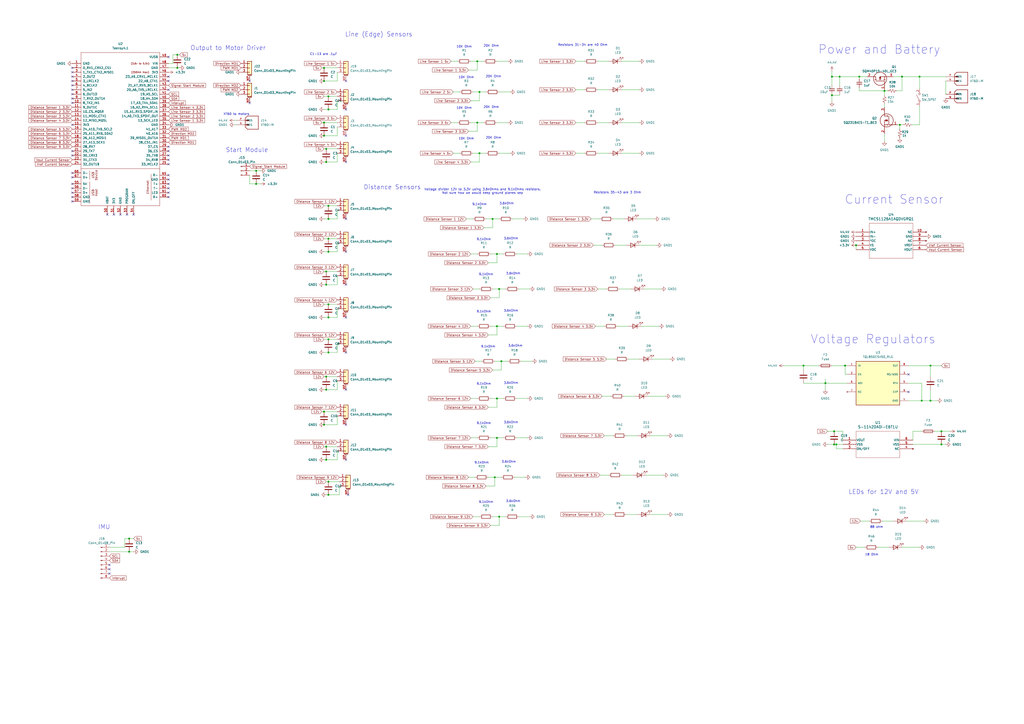
<source format=kicad_sch>
(kicad_sch (version 20231120) (generator "eeschema") (generator_version "8.0")
  (paper "A2")
  (junction (at 288.29 147.32))
  (junction (at 485.14 257.81))
  (junction (at 285.75 127))
  (junction (at 534.67 232.41))
  (junction (at 102.87 31.75))
  (junction (at 190.5 119.38))
  (junction (at 190.5 279.4))
  (junction (at 482.6 44.45))
  (junction (at 187.96 78.74))
  (junction (at 483.87 257.81))
  (junction (at 187.96 71.12))
  (junction (at 496.57 142.24))
  (junction (at 533.4 44.45))
  (junction (at 74.93 312.42))
  (junction (at 187.96 39.37))
  (junction (at 190.5 184.15))
  (junction (at 190.5 138.43))
  (junction (at 483.87 250.19))
  (junction (at 190.5 146.05))
  (junction (at 546.1 257.81))
  (junction (at 478.79 222.25))
  (junction (at 482.6 55.245))
  (junction (at 288.29 189.23))
  (junction (at 276.86 71.12))
  (junction (at 190.5 63.5))
  (junction (at 513.08 52.705))
  (junction (at 189.23 259.08))
  (junction (at 276.86 35.56))
  (junction (at 190.5 176.53))
  (junction (at 190.5 55.88))
  (junction (at 189.23 266.7))
  (junction (at 521.97 72.39))
  (junction (at 523.24 44.45))
  (junction (at 289.56 167.64))
  (junction (at 287.02 276.86))
  (junction (at 187.96 246.38))
  (junction (at 189.23 226.06))
  (junction (at 289.56 299.72))
  (junction (at 490.22 212.09))
  (junction (at 288.29 254))
  (junction (at 189.23 157.48))
  (junction (at 487.045 44.45))
  (junction (at 189.23 218.44))
  (junction (at 466.09 212.09))
  (junction (at 187.96 46.99))
  (junction (at 148.59 99.06))
  (junction (at 189.23 165.1))
  (junction (at 74.93 320.04))
  (junction (at 190.5 196.85))
  (junction (at 189.23 93.98))
  (junction (at 187.96 238.76))
  (junction (at 288.29 231.14))
  (junction (at 539.75 232.41))
  (junction (at 189.23 86.36))
  (junction (at 498.475 44.45))
  (junction (at 278.13 88.9))
  (junction (at 148.59 106.68))
  (junction (at 190.5 127))
  (junction (at 539.75 212.09))
  (junction (at 546.1 250.19))
  (junction (at 102.87 39.37))
  (junction (at 190.5 287.02))
  (junction (at 290.83 209.55))
  (junction (at 190.5 204.47))
  (junction (at 278.13 53.34))
  (no_connect (at 97.79 44.45))
  (no_connect (at 41.91 52.07))
  (no_connect (at 41.91 54.61))
  (no_connect (at 41.91 106.68))
  (no_connect (at 200.66 63.5))
  (no_connect (at 41.91 39.37))
  (no_connect (at 200.66 46.99))
  (no_connect (at 41.91 49.53))
  (no_connect (at 77.47 124.46))
  (no_connect (at 97.79 33.02))
  (no_connect (at 41.91 111.76))
  (no_connect (at 41.91 114.3))
  (no_connect (at 200.66 93.98))
  (no_connect (at 97.79 109.22))
  (no_connect (at 200.66 146.05))
  (no_connect (at 97.79 46.99))
  (no_connect (at 97.79 104.14))
  (no_connect (at 41.91 102.87))
  (no_connect (at 41.91 109.22))
  (no_connect (at 41.91 116.84))
  (no_connect (at 200.66 165.1))
  (no_connect (at 41.91 72.39))
  (no_connect (at 97.79 111.76))
  (no_connect (at 62.23 124.46))
  (no_connect (at 97.79 106.68))
  (no_connect (at 97.79 87.63))
  (no_connect (at 97.79 52.07))
  (no_connect (at 97.79 114.3))
  (no_connect (at 69.85 124.46))
  (no_connect (at 200.66 266.7))
  (no_connect (at 41.91 90.17))
  (no_connect (at 144.78 59.69))
  (no_connect (at 97.79 101.6))
  (no_connect (at 73.66 124.46))
  (no_connect (at 201.93 287.02))
  (no_connect (at 97.79 90.17))
  (no_connect (at 63.5 327.66))
  (no_connect (at 97.79 92.71))
  (no_connect (at 41.91 46.99))
  (no_connect (at 200.66 204.47))
  (no_connect (at 97.79 95.25))
  (no_connect (at 66.04 124.46))
  (no_connect (at 200.66 127))
  (no_connect (at 41.91 59.69))
  (no_connect (at 200.66 78.74))
  (no_connect (at 41.91 41.91))
  (no_connect (at 63.5 332.74))
  (no_connect (at 527.05 227.33))
  (no_connect (at 97.79 85.09))
  (no_connect (at 41.91 44.45))
  (no_connect (at 41.91 87.63))
  (no_connect (at 200.66 184.15))
  (no_connect (at 41.91 100.33))
  (no_connect (at 144.78 46.99))
  (no_connect (at 527.05 217.17))
  (no_connect (at 41.91 57.15))
  (no_connect (at 200.66 246.38))
  (no_connect (at 200.66 226.06))
  (no_connect (at 63.5 330.2))
  (wire (pts (xy 361.95 229.87) (xy 368.3 229.87)))
  (wire (pts (xy 288.29 147.32) (xy 288.29 152.4)))
  (wire (pts (xy 289.56 53.34) (xy 295.91 53.34)))
  (wire (pts (xy 278.13 88.9) (xy 278.13 93.98)))
  (wire (pts (xy 72.39 312.42) (xy 72.39 317.5)))
  (wire (pts (xy 186.69 71.12) (xy 187.96 71.12)))
  (wire (pts (xy 195.58 121.92) (xy 195.58 127)))
  (wire (pts (xy 487.045 44.45) (xy 482.6 44.45)))
  (wire (pts (xy 373.38 167.64) (xy 383.54 167.64)))
  (wire (pts (xy 189.23 266.7) (xy 187.96 266.7)))
  (wire (pts (xy 546.1 257.81) (xy 548.64 257.81)))
  (wire (pts (xy 261.62 71.12) (xy 265.43 71.12)))
  (wire (pts (xy 270.51 127) (xy 274.32 127)))
  (wire (pts (xy 273.05 35.56) (xy 276.86 35.56)))
  (wire (pts (xy 496.57 142.24) (xy 496.57 144.78)))
  (wire (pts (xy 543.56 232.41) (xy 539.75 232.41)))
  (wire (pts (xy 349.25 229.87) (xy 354.33 229.87)))
  (wire (pts (xy 137.16 69.85) (xy 135.89 69.85)))
  (wire (pts (xy 334.01 52.07) (xy 339.09 52.07)))
  (wire (pts (xy 498.475 44.45) (xy 498.475 45.72)))
  (wire (pts (xy 72.39 317.5) (xy 63.5 317.5)))
  (wire (pts (xy 189.23 165.1) (xy 187.96 165.1)))
  (wire (pts (xy 148.59 99.06) (xy 151.13 99.06)))
  (wire (pts (xy 187.96 55.88) (xy 190.5 55.88)))
  (wire (pts (xy 100.33 31.75) (xy 100.33 36.83)))
  (wire (pts (xy 539.75 226.06) (xy 539.75 232.41)))
  (wire (pts (xy 372.11 189.23) (xy 382.27 189.23)))
  (wire (pts (xy 490.22 212.09) (xy 491.49 212.09)))
  (wire (pts (xy 299.72 231.14) (xy 306.07 231.14)))
  (wire (pts (xy 490.22 217.17) (xy 491.49 217.17)))
  (wire (pts (xy 275.59 209.55) (xy 279.4 209.55)))
  (wire (pts (xy 137.16 72.39) (xy 135.89 72.39)))
  (wire (pts (xy 187.96 196.85) (xy 190.5 196.85)))
  (wire (pts (xy 289.56 167.64) (xy 289.56 172.72)))
  (wire (pts (xy 482.6 55.245) (xy 482.6 59.055)))
  (wire (pts (xy 278.13 53.34) (xy 278.13 58.42)))
  (wire (pts (xy 273.05 189.23) (xy 276.86 189.23)))
  (wire (pts (xy 276.86 35.56) (xy 280.67 35.56)))
  (wire (pts (xy 499.11 302.26) (xy 504.19 302.26)))
  (wire (pts (xy 525.78 302.26) (xy 535.94 302.26)))
  (wire (pts (xy 299.72 147.32) (xy 306.07 147.32)))
  (wire (pts (xy 190.5 196.85) (xy 195.58 196.85)))
  (wire (pts (xy 509.27 317.5) (xy 515.62 317.5)))
  (wire (pts (xy 334.01 88.9) (xy 339.09 88.9)))
  (wire (pts (xy 539.75 232.41) (xy 534.67 232.41)))
  (wire (pts (xy 290.83 214.63) (xy 285.75 214.63)))
  (wire (pts (xy 539.75 212.09) (xy 546.1 212.09)))
  (wire (pts (xy 189.23 259.08) (xy 195.58 259.08)))
  (wire (pts (xy 284.48 147.32) (xy 288.29 147.32)))
  (wire (pts (xy 190.5 119.38) (xy 195.58 119.38)))
  (wire (pts (xy 285.75 299.72) (xy 289.56 299.72)))
  (wire (pts (xy 284.48 189.23) (xy 288.29 189.23)))
  (wire (pts (xy 480.06 250.19) (xy 483.87 250.19)))
  (wire (pts (xy 190.5 204.47) (xy 187.96 204.47)))
  (wire (pts (xy 189.23 226.06) (xy 187.96 226.06)))
  (wire (pts (xy 478.79 226.06) (xy 478.79 222.25)))
  (wire (pts (xy 72.39 312.42) (xy 74.93 312.42)))
  (wire (pts (xy 262.89 53.34) (xy 266.7 53.34)))
  (wire (pts (xy 100.33 31.75) (xy 102.87 31.75)))
  (wire (pts (xy 363.22 252.73) (xy 369.57 252.73)))
  (wire (pts (xy 542.29 250.19) (xy 546.1 250.19)))
  (wire (pts (xy 261.62 35.56) (xy 265.43 35.56)))
  (wire (pts (xy 195.58 179.07) (xy 195.58 184.15)))
  (wire (pts (xy 195.58 93.98) (xy 189.23 93.98)))
  (wire (pts (xy 190.5 176.53) (xy 195.58 176.53)))
  (wire (pts (xy 187.96 119.38) (xy 190.5 119.38)))
  (wire (pts (xy 288.29 236.22) (xy 283.21 236.22)))
  (wire (pts (xy 278.13 58.42) (xy 273.05 58.42)))
  (wire (pts (xy 189.23 279.4) (xy 190.5 279.4)))
  (wire (pts (xy 281.94 127) (xy 285.75 127)))
  (wire (pts (xy 144.78 106.68) (xy 148.59 106.68)))
  (wire (pts (xy 290.83 209.55) (xy 294.64 209.55)))
  (wire (pts (xy 274.32 167.64) (xy 278.13 167.64)))
  (wire (pts (xy 488.95 255.27) (xy 488.95 250.19)))
  (wire (pts (xy 300.99 167.64) (xy 307.34 167.64)))
  (wire (pts (xy 283.21 276.86) (xy 287.02 276.86)))
  (wire (pts (xy 278.13 53.34) (xy 281.94 53.34)))
  (wire (pts (xy 358.14 189.23) (xy 364.49 189.23)))
  (wire (pts (xy 189.23 157.48) (xy 195.58 157.48)))
  (wire (pts (xy 498.475 44.45) (xy 487.045 44.45)))
  (wire (pts (xy 187.96 71.12) (xy 195.58 71.12)))
  (wire (pts (xy 190.5 63.5) (xy 187.96 63.5)))
  (wire (pts (xy 346.71 167.64) (xy 351.79 167.64)))
  (wire (pts (xy 288.29 194.31) (xy 283.21 194.31)))
  (wire (pts (xy 100.33 36.83) (xy 97.79 36.83)))
  (wire (pts (xy 478.79 222.25) (xy 491.49 222.25)))
  (wire (pts (xy 274.32 53.34) (xy 278.13 53.34)))
  (wire (pts (xy 482.6 44.45) (xy 482.6 41.275)))
  (wire (pts (xy 195.58 140.97) (xy 195.58 146.05)))
  (wire (pts (xy 483.87 257.81) (xy 485.14 257.81)))
  (wire (pts (xy 363.22 298.45) (xy 369.57 298.45)))
  (wire (pts (xy 74.93 312.42) (xy 77.47 312.42)))
  (wire (pts (xy 482.6 54.61) (xy 482.6 55.245)))
  (wire (pts (xy 195.58 73.66) (xy 195.58 78.74)))
  (wire (pts (xy 288.29 189.23) (xy 292.1 189.23)))
  (wire (pts (xy 289.56 167.64) (xy 293.37 167.64)))
  (wire (pts (xy 518.16 44.45) (xy 523.24 44.45)))
  (wire (pts (xy 346.71 71.12) (xy 353.06 71.12)))
  (wire (pts (xy 285.75 127) (xy 285.75 132.08)))
  (wire (pts (xy 288.29 254) (xy 288.29 259.08)))
  (wire (pts (xy 190.5 146.05) (xy 187.96 146.05)))
  (wire (pts (xy 187.96 39.37) (xy 195.58 39.37)))
  (wire (pts (xy 521.97 72.39) (xy 523.875 72.39)))
  (wire (pts (xy 466.09 212.09) (xy 466.09 214.63)))
  (wire (pts (xy 102.87 31.75) (xy 104.14 31.75)))
  (wire (pts (xy 498.475 52.705) (xy 513.08 52.705)))
  (wire (pts (xy 347.98 275.59) (xy 353.06 275.59)))
  (wire (pts (xy 196.85 281.94) (xy 196.85 287.02)))
  (wire (pts (xy 190.5 138.43) (xy 195.58 138.43)))
  (wire (pts (xy 186.69 39.37) (xy 187.96 39.37)))
  (wire (pts (xy 533.4 72.39) (xy 533.4 61.595)))
  (wire (pts (xy 374.65 275.59) (xy 384.81 275.59)))
  (wire (pts (xy 528.955 72.39) (xy 533.4 72.39)))
  (wire (pts (xy 478.79 222.25) (xy 478.79 219.71)))
  (wire (pts (xy 346.71 52.07) (xy 353.06 52.07)))
  (wire (pts (xy 299.72 254) (xy 306.07 254)))
  (wire (pts (xy 289.56 304.8) (xy 284.48 304.8)))
  (wire (pts (xy 195.58 246.38) (xy 187.96 246.38)))
  (wire (pts (xy 187.96 176.53) (xy 190.5 176.53)))
  (wire (pts (xy 533.4 51.435) (xy 533.4 44.45)))
  (wire (pts (xy 288.29 254) (xy 292.1 254)))
  (wire (pts (xy 273.05 254) (xy 276.86 254)))
  (wire (pts (xy 350.52 252.73) (xy 355.6 252.73)))
  (wire (pts (xy 144.78 101.6) (xy 144.78 106.68)))
  (wire (pts (xy 345.44 189.23) (xy 350.52 189.23)))
  (wire (pts (xy 196.85 287.02) (xy 190.5 287.02)))
  (wire (pts (xy 287.02 276.86) (xy 287.02 281.94)))
  (wire (pts (xy 359.41 167.64) (xy 365.76 167.64)))
  (wire (pts (xy 355.6 127) (xy 361.95 127)))
  (wire (pts (xy 351.79 208.28) (xy 356.87 208.28)))
  (wire (pts (xy 299.72 189.23) (xy 306.07 189.23)))
  (wire (pts (xy 63.5 320.04) (xy 74.93 320.04)))
  (wire (pts (xy 274.32 88.9) (xy 278.13 88.9)))
  (wire (pts (xy 287.02 276.86) (xy 290.83 276.86)))
  (wire (pts (xy 360.68 275.59) (xy 367.03 275.59)))
  (wire (pts (xy 527.05 222.25) (xy 534.67 222.25)))
  (wire (pts (xy 534.67 232.41) (xy 527.05 232.41)))
  (wire (pts (xy 487.045 55.245) (xy 482.6 55.245)))
  (wire (pts (xy 539.75 212.09) (xy 539.75 218.44)))
  (wire (pts (xy 490.22 212.09) (xy 490.22 217.17)))
  (wire (pts (xy 195.58 63.5) (xy 190.5 63.5)))
  (wire (pts (xy 195.58 204.47) (xy 190.5 204.47)))
  (wire (pts (xy 195.58 266.7) (xy 189.23 266.7)))
  (wire (pts (xy 523.24 44.45) (xy 533.4 44.45)))
  (wire (pts (xy 195.58 220.98) (xy 195.58 226.06)))
  (wire (pts (xy 378.46 208.28) (xy 388.62 208.28)))
  (wire (pts (xy 370.84 142.24) (xy 381 142.24)))
  (wire (pts (xy 533.4 44.45) (xy 548.64 44.45)))
  (wire (pts (xy 262.89 88.9) (xy 266.7 88.9)))
  (wire (pts (xy 284.48 231.14) (xy 288.29 231.14)))
  (wire (pts (xy 289.56 299.72) (xy 289.56 304.8)))
  (wire (pts (xy 360.68 88.9) (xy 370.84 88.9)))
  (wire (pts (xy 288.29 147.32) (xy 292.1 147.32)))
  (wire (pts (xy 369.57 127) (xy 379.73 127)))
  (wire (pts (xy 288.29 189.23) (xy 288.29 194.31)))
  (wire (pts (xy 488.95 260.35) (xy 485.14 260.35)))
  (wire (pts (xy 195.58 46.99) (xy 187.96 46.99)))
  (wire (pts (xy 190.5 184.15) (xy 187.96 184.15)))
  (wire (pts (xy 377.19 298.45) (xy 387.35 298.45)))
  (wire (pts (xy 187.96 86.36) (xy 189.23 86.36)))
  (wire (pts (xy 189.23 93.98) (xy 187.96 93.98)))
  (wire (pts (xy 513.08 52.705) (xy 513.08 55.245)))
  (wire (pts (xy 274.32 299.72) (xy 278.13 299.72)))
  (wire (pts (xy 520.065 52.705) (xy 523.24 52.705)))
  (wire (pts (xy 289.56 88.9) (xy 295.91 88.9)))
  (wire (pts (xy 346.71 35.56) (xy 353.06 35.56)))
  (wire (pts (xy 278.13 93.98) (xy 273.05 93.98)))
  (wire (pts (xy 195.58 41.91) (xy 195.58 46.99)))
  (wire (pts (xy 288.29 259.08) (xy 283.21 259.08)))
  (wire (pts (xy 360.68 52.07) (xy 370.84 52.07)))
  (wire (pts (xy 288.29 152.4) (xy 283.21 152.4)))
  (wire (pts (xy 539.75 212.09) (xy 527.05 212.09)))
  (wire (pts (xy 302.26 209.55) (xy 308.61 209.55)))
  (wire (pts (xy 529.59 250.19) (xy 529.59 255.27)))
  (wire (pts (xy 273.05 231.14) (xy 276.86 231.14)))
  (wire (pts (xy 278.13 88.9) (xy 281.94 88.9)))
  (wire (pts (xy 74.93 320.04) (xy 77.47 320.04)))
  (wire (pts (xy 187.96 157.48) (xy 189.23 157.48)))
  (wire (pts (xy 190.5 127) (xy 187.96 127)))
  (wire (pts (xy 482.6 212.09) (xy 490.22 212.09)))
  (wire (pts (xy 97.79 39.37) (xy 102.87 39.37)))
  (wire (pts (xy 377.19 252.73) (xy 387.35 252.73)))
  (wire (pts (xy 496.57 317.5) (xy 501.65 317.5)))
  (wire (pts (xy 342.9 127) (xy 347.98 127)))
  (wire (pts (xy 485.14 257.81) (xy 488.95 257.81)))
  (wire (pts (xy 360.68 71.12) (xy 370.84 71.12)))
  (wire (pts (xy 287.02 281.94) (xy 281.94 281.94)))
  (wire (pts (xy 148.59 106.68) (xy 151.13 106.68)))
  (wire (pts (xy 487.045 44.45) (xy 487.045 49.53)))
  (wire (pts (xy 487.045 54.61) (xy 487.045 55.245)))
  (wire (pts (xy 546.1 250.19) (xy 551.18 250.19)))
  (wire (pts (xy 187.96 138.43) (xy 190.5 138.43)))
  (wire (pts (xy 344.17 142.24) (xy 349.25 142.24)))
  (wire (pts (xy 285.75 167.64) (xy 289.56 167.64)))
  (wire (pts (xy 523.24 52.705) (xy 523.24 44.45)))
  (wire (pts (xy 288.29 71.12) (xy 294.64 71.12)))
  (wire (pts (xy 187.96 238.76) (xy 195.58 238.76)))
  (wire (pts (xy 297.18 127) (xy 303.53 127)))
  (wire (pts (xy 186.69 238.76) (xy 187.96 238.76)))
  (wire (pts (xy 190.5 55.88) (xy 195.58 55.88)))
  (wire (pts (xy 285.75 132.08) (xy 280.67 132.08)))
  (wire (pts (xy 190.5 287.02) (xy 189.23 287.02)))
  (wire (pts (xy 195.58 199.39) (xy 195.58 204.47)))
  (wire (pts (xy 482.6 49.53) (xy 482.6 44.45)))
  (wire (pts (xy 498.475 50.8) (xy 498.475 52.705)))
  (wire (pts (xy 289.56 299.72) (xy 293.37 299.72)))
  (wire (pts (xy 350.52 298.45) (xy 355.6 298.45)))
  (wire (pts (xy 187.96 218.44) (xy 189.23 218.44)))
  (wire (pts (xy 195.58 146.05) (xy 190.5 146.05)))
  (wire (pts (xy 288.29 231.14) (xy 292.1 231.14)))
  (wire (pts (xy 195.58 184.15) (xy 190.5 184.15)))
  (wire (pts (xy 195.58 88.9) (xy 195.58 93.98)))
  (wire (pts (xy 521.97 72.39) (xy 521.97 74.93)))
  (wire (pts (xy 271.78 276.86) (xy 275.59 276.86)))
  (wire (pts (xy 360.68 35.56) (xy 370.84 35.56)))
  (wire (pts (xy 300.99 299.72) (xy 307.34 299.72)))
  (wire (pts (xy 502.92 44.45) (xy 498.475 44.45)))
  (wire (pts (xy 513.08 60.325) (xy 513.08 62.23)))
  (wire (pts (xy 189.23 86.36) (xy 195.58 86.36)))
  (wire (pts (xy 346.71 88.9) (xy 353.06 88.9)))
  (wire (pts (xy 102.87 39.37) (xy 104.14 39.37)))
  (wire (pts (xy 195.58 78.74) (xy 187.96 78.74)))
  (wire (pts (xy 195.58 165.1) (xy 189.23 165.1)))
  (wire (pts (xy 289.56 172.72) (xy 284.48 172.72)))
  (wire (pts (xy 276.86 35.56) (xy 276.86 40.64)))
  (wire (pts (xy 485.14 257.81) (xy 485.14 260.35)))
  (wire (pts (xy 534.67 222.25) (xy 534.67 232.41)))
  (wire (pts (xy 195.58 160.02) (xy 195.58 165.1)))
  (wire (pts (xy 288.29 35.56) (xy 294.64 35.56)))
  (wire (pts (xy 298.45 276.86) (xy 304.8 276.86)))
  (wire (pts (xy 195.58 226.06) (xy 189.23 226.06)))
  (wire (pts (xy 480.06 257.81) (xy 483.87 257.81)))
  (wire (pts (xy 195.58 261.62) (xy 195.58 266.7)))
  (wire (pts (xy 276.86 71.12) (xy 276.86 76.2)))
  (wire (pts (xy 548.64 46.99) (xy 548.64 54.61)))
  (wire (pts (xy 529.59 257.81) (xy 546.1 257.81)))
  (wire (pts (xy 513.08 52.705) (xy 514.985 52.705)))
  (wire (pts (xy 187.96 259.08) (xy 189.23 259.08)))
  (wire (pts (xy 513.08 52.07) (xy 513.08 52.705)))
  (wire (pts (xy 144.78 99.06) (xy 148.59 99.06)))
  (wire (pts (xy 466.09 222.25) (xy 478.79 222.25)))
  (wire (pts (xy 195.58 127) (xy 190.5 127)))
  (wire (pts (xy 195.58 241.3) (xy 195.58 246.38)))
  (wire (pts (xy 511.81 302.26) (xy 518.16 302.26)))
  (wire (pts (xy 466.09 212.09) (xy 474.98 212.09)))
  (wire (pts (xy 195.58 58.42) (xy 195.58 63.5)))
  (wire (pts (xy 276.86 71.12) (xy 280.67 71.12)))
  (wire (pts (xy 334.01 35.56) (xy 339.09 35.56)))
  (wire (pts (xy 190.5 279.4) (xy 196.85 279.4)))
  (wire (pts (xy 276.86 40.64) (xy 271.78 40.64)))
  (wire (pts (xy 520.7 72.39) (xy 521.97 72.39)))
  (wire (pts (xy 375.92 229.87) (xy 386.08 229.87)))
  (wire (pts (xy 356.87 142.24) (xy 363.22 142.24)))
  (wire (pts (xy 287.02 209.55) (xy 290.83 209.55)))
  (wire (pts (xy 276.86 76.2) (xy 271.78 76.2)))
  (wire (pts (xy 529.59 250.19) (xy 534.67 250.19)))
  (wire (pts (xy 273.05 147.32) (xy 276.86 147.32)))
  (wire (pts (xy 273.05 71.12) (xy 276.86 71.12)))
  (wire (pts (xy 284.48 254) (xy 288.29 254)))
  (wire (pts (xy 285.75 127) (xy 289.56 127)))
  (wire (pts (xy 290.83 209.55) (xy 290.83 214.63)))
  (wire (pts (xy 334.01 71.12) (xy 339.09 71.12)))
  (wire (pts (xy 189.23 218.44) (xy 195.58 218.44)))
  (wire (pts (xy 513.08 77.47) (xy 513.08 81.915)))
  (wire (pts (xy 488.95 250.19) (xy 483.87 250.19)))
  (wire (pts (xy 288.29 231.14) (xy 288.29 236.22)))
  (wire (pts (xy 523.24 317.5) (xy 533.4 317.5)))
  (wire (pts (xy 364.49 208.28) (xy 370.84 208.28)))
  (wire (pts (xy 454.66 212.09) (xy 466.09 212.09)))
  (text "Resistors 31-34 are 40 Ohm" (at 338.074 26.162 0) (effects (font (size 1.27 1.27))))
  (text "Output to Motor Driver" (at 132.334 27.94 0) (effects (font (size 2.54 2.54))))
  (text "3.6kOhm" (at 296.418 138.43 0) (effects (font (size 1.27 1.27))))
  (text "9.1kOhm" (at 280.67 245.618 0) (effects (font (size 1.27 1.27))))
  (text "20K Ohm" (at 284.988 26.67 0) (effects (font (size 1.27 1.27))))
  (text "Power and Battery\n" (at 510.032 28.829 0) (effects (font (size 5.08 5.08))))
  (text "Resistors 35-43 are 3 Ohm" (at 358.14 111.76 0) (effects (font (size 1.27 1.27))))
  (text "9.1kOhm" (at 283.21 201.168 0) (effects (font (size 1.27 1.27))))
  (text "Current Sensor" (at 518.668 115.824 0) (effects (font (size 5.08 5.08))))
  (text "3.6kOhm" (at 293.878 118.11 0) (effects (font (size 1.27 1.27))))
  (text "9.1kOhm" (at 280.67 180.848 0) (effects (font (size 1.27 1.27))))
  (text "18 Ohm" (at 505.714 321.818 0) (effects (font (size 1.27 1.27))))
  (text "9.1kOhm" (at 281.94 291.338 0) (effects (font (size 1.27 1.27))))
  (text "3.6kOhm" (at 297.688 290.83 0) (effects (font (size 1.27 1.27))))
  (text "3.6kOhm" (at 297.688 158.75 0) (effects (font (size 1.27 1.27))))
  (text "9.1kOhm" (at 278.13 118.618 0) (effects (font (size 1.27 1.27))))
  (text "Start Module" (at 143.256 87.122 0) (effects (font (size 2.54 2.54))))
  (text "3.6kOhm" (at 296.418 180.34 0) (effects (font (size 1.27 1.27))))
  (text "Voltage Regulators" (at 506.476 196.85 0) (effects (font (size 5.08 5.08))))
  (text "9.1kOhm" (at 280.67 222.758 0) (effects (font (size 1.27 1.27))))
  (text "IMU" (at 60.452 305.816 0) (effects (font (size 2.54 2.54))))
  (text "9.1kOhm" (at 280.67 138.938 0) (effects (font (size 1.27 1.27))))
  (text "10K Ohm" (at 269.24 27.178 0) (effects (font (size 1.27 1.27))))
  (text "10K Ohm" (at 270.51 80.518 0) (effects (font (size 1.27 1.27))))
  (text "Distance Sensors" (at 227.584 108.712 0) (effects (font (size 2.54 2.54))))
  (text "XT60 to motors" (at 137.16 66.294 0) (effects (font (size 1.27 1.27))))
  (text "C1-13 are .1µF" (at 187.706 31.496 0) (effects (font (size 1.27 1.27))))
  (text "LEDs for 12V and 5V" (at 512.572 285.496 0) (effects (font (size 2.54 2.54))))
  (text "10K Ohm" (at 269.24 62.738 0) (effects (font (size 1.27 1.27))))
  (text "88 ohm" (at 508.508 305.816 0) (effects (font (size 1.27 1.27))))
  (text "3.6kOhm" (at 295.148 267.97 0) (effects (font (size 1.27 1.27))))
  (text "20K Ohm" (at 286.258 44.45 0) (effects (font (size 1.27 1.27))))
  (text "20K Ohm" (at 286.258 80.01 0) (effects (font (size 1.27 1.27))))
  (text "Voltage divider 12V to 3.3V using 3.6kOhms and 9.1kOhms resistors.\nNot sure how we would keep ground planes sep" (at 279.908 110.998 0) (effects (font (size 1.27 1.27))))
  (text "20K Ohm" (at 284.988 62.23 0) (effects (font (size 1.27 1.27))))
  (text "3.6kOhm" (at 298.958 200.66 0) (effects (font (size 1.27 1.27))))
  (text "10K Ohm" (at 270.51 44.958 0) (effects (font (size 1.27 1.27))))
  (text "9.1kOhm" (at 279.4 268.478 0) (effects (font (size 1.27 1.27))))
  (text "Line (Edge) Sensors" (at 219.71 20.066 0) (effects (font (size 2.54 2.54))))
  (text "9.1kOhm" (at 281.94 159.258 0) (effects (font (size 1.27 1.27))))
  (text "3.6kOhm" (at 296.418 245.11 0) (effects (font (size 1.27 1.27))))
  (text "3.6kOhm" (at 296.418 222.25 0) (effects (font (size 1.27 1.27))))
  (global_label "Distance Sensor 9 3.3V" (shape input) (at 284.48 304.8 180) (property "Intersheetrefs" "${INTERSHEET_REFS}" (effects (hide yes))))
  (global_label "Line Sensor 2 3.3V" (shape input) (at 97.79 67.31 0) (property "Intersheetrefs" "${INTERSHEET_REFS}" (effects (hide yes))))
  (global_label "Distance Sensor 2 3.3V" (shape input) (at 344.17 142.24 180) (property "Intersheetrefs" "${INTERSHEET_REFS}" (effects (hide yes))))
  (global_label "Distance Sensor 4 3.3V" (shape input) (at 283.21 194.31 180) (property "Intersheetrefs" "${INTERSHEET_REFS}" (effects (hide yes))))
  (global_label "5v" (shape input) (at 77.47 312.42 0) (property "Intersheetrefs" "${INTERSHEET_REFS}" (effects (hide yes))))
  (global_label "Direction MD2" (shape input) (at 97.79 77.47 0) (property "Intersheetrefs" "${INTERSHEET_REFS}" (effects (hide yes))))
  (global_label "12v" (shape input) (at 189.23 279.4 180) (property "Intersheetrefs" "${INTERSHEET_REFS}" (effects (hide yes))))
  (global_label "Distance Sensor 3 3.3V" (shape input) (at 284.48 172.72 180) (property "Intersheetrefs" "${INTERSHEET_REFS}" (effects (hide yes))))
  (global_label "Distance Sensor 4 12V" (shape input) (at 273.05 189.23 180) (property "Intersheetrefs" "${INTERSHEET_REFS}" (effects (hide yes))))
  (global_label "Line Sensor 4 5v" (shape input) (at 195.58 83.82 180) (property "Intersheetrefs" "${INTERSHEET_REFS}" (effects (hide yes))))
  (global_label "5v" (shape input) (at 187.96 86.36 180) (property "Intersheetrefs" "${INTERSHEET_REFS}" (effects (hide yes))))
  (global_label "12v" (shape input) (at 499.11 302.26 180) (property "Intersheetrefs" "${INTERSHEET_REFS}" (effects (hide yes))))
  (global_label "Direction MD2" (shape input) (at 139.7 49.53 180) (property "Intersheetrefs" "${INTERSHEET_REFS}" (effects (hide yes))))
  (global_label "Line Sensor 4 3.3V" (shape input) (at 334.01 88.9 180) (property "Intersheetrefs" "${INTERSHEET_REFS}" (effects (hide yes))))
  (global_label "Distance Sensor 1 3.3V" (shape input) (at 342.9 127 180) (property "Intersheetrefs" "${INTERSHEET_REFS}" (effects (hide yes))))
  (global_label "Distance Sensor 2 3.3V" (shape input) (at 283.21 152.4 180) (property "Intersheetrefs" "${INTERSHEET_REFS}" (effects (hide yes))))
  (global_label "Distance Sensor 2 12V" (shape input) (at 273.05 147.32 180) (property "Intersheetrefs" "${INTERSHEET_REFS}" (effects (hide yes))))
  (global_label "Line Sensor 3 3.3V" (shape input) (at 271.78 76.2 180) (property "Intersheetrefs" "${INTERSHEET_REFS}" (effects (hide yes))))
  (global_label "SDA" (shape input) (at 97.79 57.15 0) (property "Intersheetrefs" "${INTERSHEET_REFS}" (effects (hide yes))))
  (global_label "SCL" (shape input) (at 63.5 322.58 0) (property "Intersheetrefs" "${INTERSHEET_REFS}" (effects (hide yes))))
  (global_label "PWM MD2" (shape input) (at 97.79 74.93 0) (property "Intersheetrefs" "${INTERSHEET_REFS}" (effects (hide yes))))
  (global_label "12v" (shape input) (at 186.69 238.76 180) (property "Intersheetrefs" "${INTERSHEET_REFS}" (effects (hide yes))))
  (global_label "Distance Sensor 1 3.3V" (shape input) (at 280.67 132.08 180) (property "Intersheetrefs" "${INTERSHEET_REFS}" (effects (hide yes))))
  (global_label "Line Sensor 1 3.3V" (shape input) (at 97.79 69.85 0) (property "Intersheetrefs" "${INTERSHEET_REFS}" (effects (hide yes))))
  (global_label "12v" (shape input) (at 187.96 138.43 180) (property "Intersheetrefs" "${INTERSHEET_REFS}" (effects (hide yes))))
  (global_label "Line Sensor 3 3.3V" (shape input) (at 97.79 64.77 0) (property "Intersheetrefs" "${INTERSHEET_REFS}" (effects (hide yes))))
  (global_label "PWM MD2" (shape input) (at 139.7 52.07 180) (property "Intersheetrefs" "${INTERSHEET_REFS}" (effects (hide yes))))
  (global_label "Interupt" (shape input) (at 97.79 59.69 0) (property "Intersheetrefs" "${INTERSHEET_REFS}" (effects (hide yes))))
  (global_label "Distance Sensor 9 3.3V" (shape input) (at 350.52 298.45 180) (property "Intersheetrefs" "${INTERSHEET_REFS}" (effects (hide yes))))
  (global_label "Line Sensor 1 5v" (shape input) (at 195.58 36.83 180) (property "Intersheetrefs" "${INTERSHEET_REFS}" (effects (hide yes))))
  (global_label "5v" (shape input) (at 496.57 317.5 180) (property "Intersheetrefs" "${INTERSHEET_REFS}" (effects (hide yes))))
  (global_label "Distance Sensor 9 12V" (shape input) (at 196.85 276.86 180) (property "Intersheetrefs" "${INTERSHEET_REFS}" (effects (hide yes))))
  (global_label "Vref Current Sensor" (shape input) (at 537.21 142.24 0) (property "Intersheetrefs" "${INTERSHEET_REFS}" (effects (hide yes))))
  (global_label "Distance Sensor 8 3.3V" (shape input) (at 347.98 275.59 180) (property "Intersheetrefs" "${INTERSHEET_REFS}" (effects (hide yes))))
  (global_label "Distance Sensor 8 3.3V" (shape input) (at 281.94 281.94 180) (property "Intersheetrefs" "${INTERSHEET_REFS}" (effects (hide yes))))
  (global_label "Line Sensor 3 3.3V" (shape input) (at 334.01 71.12 180) (property "Intersheetrefs" "${INTERSHEET_REFS}" (effects (hide yes))))
  (global_label "Distance Sensor 6 3.3V" (shape input) (at 41.91 77.47 180) (property "Intersheetrefs" "${INTERSHEET_REFS}" (effects (hide yes))))
  (global_label "Line Sensor 4 3.3V" (shape input) (at 97.79 62.23 0) (property "Intersheetrefs" "${INTERSHEET_REFS}" (effects (hide yes))))
  (global_label "Distance Sensor 7 3.3V" (shape input) (at 350.52 252.73 180) (property "Intersheetrefs" "${INTERSHEET_REFS}" (effects (hide yes))))
  (global_label "Distance Sensor 6 12V" (shape input) (at 273.05 231.14 180) (property "Intersheetrefs" "${INTERSHEET_REFS}" (effects (hide yes))))
  (global_label "Distance Sensor 7 12V" (shape input) (at 195.58 236.22 180) (property "Intersheetrefs" "${INTERSHEET_REFS}" (effects (hide yes))))
  (global_label "Line Sensor 4 5v" (shape input) (at 262.89 88.9 180) (property "Intersheetrefs" "${INTERSHEET_REFS}" (effects (hide yes))))
  (global_label "Line Sensor 2 3.3V" (shape input) (at 334.01 52.07 180) (property "Intersheetrefs" "${INTERSHEET_REFS}" (effects (hide yes))))
  (global_label "Distance Sensor 3 3.3V" (shape input) (at 346.71 167.64 180) (property "Intersheetrefs" "${INTERSHEET_REFS}" (effects (hide yes))))
  (global_label "Distance Sensor 5 3.3V" (shape input) (at 41.91 74.93 180) (property "Intersheetrefs" "${INTERSHEET_REFS}" (effects (hide yes))))
  (global_label "PWM MD1" (shape input) (at 139.7 39.37 180) (property "Intersheetrefs" "${INTERSHEET_REFS}" (effects (hide yes))))
  (global_label "Distance Sensor 1 12V" (shape input) (at 270.51 127 180) (property "Intersheetrefs" "${INTERSHEET_REFS}" (effects (hide yes))))
  (global_label "Line Sensor 2 5v" (shape input) (at 195.58 53.34 180) (property "Intersheetrefs" "${INTERSHEET_REFS}" (effects (hide yes))))
  (global_label "5v" (shape input) (at 187.96 55.88 180) (property "Intersheetrefs" "${INTERSHEET_REFS}" (effects (hide yes))))
  (global_label "Distance Sensor 8 12V" (shape input) (at 271.78 276.86 180) (property "Intersheetrefs" "${INTERSHEET_REFS}" (effects (hide yes))))
  (global_label "5v" (shape input) (at 186.69 71.12 180) (property "Intersheetrefs" "${INTERSHEET_REFS}" (effects (hide yes))))
  (global_label "12v" (shape input) (at 187.96 176.53 180) (property "Intersheetrefs" "${INTERSHEET_REFS}" (effects (hide yes))))
  (global_label "Distance Sensor 3 12V" (shape input) (at 274.32 167.64 180) (property "Intersheetrefs" "${INTERSHEET_REFS}" (effects (hide yes))))
  (global_label "Distance Sensor 7 3.3V" (shape input) (at 41.91 80.01 180) (property "Intersheetrefs" "${INTERSHEET_REFS}" (effects (hide yes))))
  (global_label "Line Sensor 4 3.3V" (shape input) (at 273.05 93.98 180) (property "Intersheetrefs" "${INTERSHEET_REFS}" (effects (hide yes))))
  (global_label "Distance Sensor 4 3.3V" (shape input) (at 345.44 189.23 180) (property "Intersheetrefs" "${INTERSHEET_REFS}" (effects (hide yes))))
  (global_label "Line Sensor 1 5v" (shape input) (at 261.62 35.56 180) (property "Intersheetrefs" "${INTERSHEET_REFS}" (effects (hide yes))))
  (global_label "Line Sensor 1 3.3V" (shape input) (at 271.78 40.64 180) (property "Intersheetrefs" "${INTERSHEET_REFS}" (effects (hide yes))))
  (global_label "Distance Sensor 2 3.3V" (shape input) (at 41.91 64.77 180) (property "Intersheetrefs" "${INTERSHEET_REFS}" (effects (hide yes))))
  (global_label "Distance Sensor 9 12V" (shape input) (at 274.32 299.72 180) (property "Intersheetrefs" "${INTERSHEET_REFS}" (effects (hide yes))))
  (global_label "12v" (shape input) (at 187.96 196.85 180) (property "Intersheetrefs" "${INTERSHEET_REFS}" (effects (hide yes))))
  (global_label "Interupt" (shape input) (at 63.5 335.28 0) (property "Intersheetrefs" "${INTERSHEET_REFS}" (effects (hide yes))))
  (global_label "5v" (shape input) (at 104.14 31.75 0) (property "Intersheetrefs" "${INTERSHEET_REFS}" (effects (hide yes))))
  (global_label "Distance Sensor 3 12V" (shape input) (at 195.58 154.94 180) (property "Intersheetrefs" "${INTERSHEET_REFS}" (effects (hide yes))))
  (global_label "Vout Current Sensor" (shape input) (at 41.91 92.71 180) (property "Intersheetrefs" "${INTERSHEET_REFS}" (effects (hide yes))))
  (global_label "Distance Sensor 7 12V" (shape input) (at 273.05 254 180) (property "Intersheetrefs" "${INTERSHEET_REFS}" (effects (hide yes))))
  (global_label "Distance Sensor 5 3.3V" (shape input) (at 351.79 208.28 180) (property "Intersheetrefs" "${INTERSHEET_REFS}" (effects (hide yes))))
  (global_label "12v" (shape input) (at 187.96 119.38 180) (property "Intersheetrefs" "${INTERSHEET_REFS}" (effects (hide yes))))
  (global_label "Distance Sensor 5 12V" (shape input) (at 275.59 209.55 180) (property "Intersheetrefs" "${INTERSHEET_REFS}" (effects (hide yes))))
  (global_label "SDA" (shape input) (at 63.5 325.12 0) (property "Intersheetrefs" "${INTERSHEET_REFS}" (effects (hide yes))))
  (global_label "Distance Sensor 8 3.3V" (shape input) (at 41.91 82.55 180) (property "Intersheetrefs" "${INTERSHEET_REFS}" (effects (hide yes))))
  (global_label "Signal Start Module" (shape input) (at 97.79 49.53 0) (property "Intersheetrefs" "${INTERSHEET_REFS}" (effects (hide yes))))
  (global_label "12v" (shape input) (at 187.96 259.08 180) (property "Intersheetrefs" "${INTERSHEET_REFS}" (effects (hide yes))))
  (global_label "Line Sensor 3 5v" (shape input) (at 195.58 68.58 180) (property "Intersheetrefs" "${INTERSHEET_REFS}" (effects (hide yes))))
  (global_label "SCL" (shape input) (at 97.79 54.61 0) (property "Intersheetrefs" "${INTERSHEET_REFS}" (effects (hide yes))))
  (global_label "Distance Sensor 5 12V" (shape input) (at 195.58 194.31 180) (property "Intersheetrefs" "${INTERSHEET_REFS}" (effects (hide yes))))
  (global_label "Vout Current Sensor" (shape input) (at 537.21 144.78 0) (property "Intersheetrefs" "${INTERSHEET_REFS}" (effects (hide yes))))
  (global_label "12v" (shape input) (at 480.06 250.19 180) (property "Intersheetrefs" "${INTERSHEET_REFS}" (effects (hide yes))))
  (global_label "Line Sensor 2 3.3V" (shape input) (at 273.05 58.42 180) (property "Intersheetrefs" "${INTERSHEET_REFS}" (effects (hide yes))))
  (global_label "Distance Sensor 1 12V" (shape input) (at 195.58 116.84 180) (property "Intersheetrefs" "${INTERSHEET_REFS}" (effects (hide yes))))
  (global_label "Distance Sensor 7 3.3V" (shape input) (at 283.21 259.08 180) (property "Intersheetrefs" "${INTERSHEET_REFS}" (effects (hide yes))))
  (global_label "Distance Sensor 5 3.3V" (shape input) (at 285.75 214.63 180) (property "Intersheetrefs" "${INTERSHEET_REFS}" (effects (hide yes))))
  (global_label "5v" (shape input) (at 546.1 212.09 0) (property "Intersheetrefs" "${INTERSHEET_REFS}" (effects (hide yes))))
  (global_label "Line Sensor 1 3.3V" (shape input) (at 334.01 35.56 180) (property "Intersheetrefs" "${INTERSHEET_REFS}" (effects (hide yes))))
  (global_label "Vref Current Sensor" (shape input) (at 41.91 95.25 180) (property "Intersheetrefs" "${INTERSHEET_REFS}" (effects (hide yes))))
  (global_label "Distance Sensor 4 3.3V" (shape input) (at 41.91 69.85 180) (property "Intersheetrefs" "${INTERSHEET_REFS}" (effects (hide yes))))
  (global_label "Distance Sensor 4 12V" (shape input) (at 195.58 173.99 180) (property "Intersheetrefs" "${INTERSHEET_REFS}" (effects (hide yes))))
  (global_label "5v" (shape input) (at 186.69 39.37 180) (property "Intersheetrefs" "${INTERSHEET_REFS}" (effects (hide yes))))
  (global_label "Distance Sensor 6 3.3V" (shape input) (at 283.21 236.22 180) (property "Intersheetrefs" "${INTERSHEET_REFS}" (effects (hide yes))))
  (global_label "Direction MD1" (shape input) (at 97.79 82.55 0) (property "Intersheetrefs" "${INTERSHEET_REFS}" (effects (hide yes))))
  (global_label "Distance Sensor 1 3.3V" (shape input) (at 41.91 62.23 180) (property "Intersheetrefs" "${INTERSHEET_REFS}" (effects (hide yes))))
  (global_label "12v" (shape input) (at 187.96 218.44 180) (property "Intersheetrefs" "${INTERSHEET_REFS}" (effects (hide yes))))
  (global_label "Direction MD1" (shape input) (at 139.7 36.83 180) (property "Intersheetrefs" "${INTERSHEET_REFS}" (effects (hide yes))))
  (global_label "Distance Sensor 3 3.3V" (shape input) (at 41.91 67.31 180) (property "Intersheetrefs" "${INTERSHEET_REFS}" (effects (hide yes))))
  (global_label "Distance Sensor 6 12V" (shape input) (at 195.58 215.9 180) (property "Intersheetrefs" "${INTERSHEET_REFS}" (effects (hide yes))))
  (global_label "Distance Sensor 8 12V" (shape input) (at 195.58 256.54 180) (property "Intersheetrefs" "${INTERSHEET_REFS}" (effects (hide yes))))
  (global_label "Distance Sensor 2 12V" (shape input) (at 195.58 135.89 180) (property "Intersheetrefs" "${INTERSHEET_REFS}" (effects (hide yes))))
  (global_label "Distance Sensor 9 3.3V" (shape input) (at 41.91 85.09 180) (property "Intersheetrefs" "${INTERSHEET_REFS}" (effects (hide yes))))
  (global_label "Signal Start Module" (shape input) (at 144.78 96.52 0) (property "Intersheetrefs" "${INTERSHEET_REFS}" (effects (hide yes))))
  (global_label "Line Sensor 2 5v" (shape input) (at 262.89 53.34 180) (property "Intersheetrefs" "${INTERSHEET_REFS}" (effects (hide yes))))
  (global_label "12v" (shape input) (at 187.96 157.48 180) (property "Intersheetrefs" "${INTERSHEET_REFS}" (effects (hide yes))))
  (global_label "Distance Sensor 6 3.3V" (shape input) (at 349.25 229.87 180) (property "Intersheetrefs" "${INTERSHEET_REFS}" (effects (hide yes))))
  (global_label "Line Sensor 3 5v" (shape input) (at 261.62 71.12 180) (property "Intersheetrefs" "${INTERSHEET_REFS}" (effects (hide yes))))
  (global_label "PWM MD1" (shape input) (at 97.79 80.01 0) (property "Intersheetrefs" "${INTERSHEET_REFS}" (effects (hide yes))))
  (symbol (lib_id "Device:LED") (at 521.97 302.26 180) (unit 1)
    (property "Reference" "D14" (at 523.5575 294.64 0))
    (property "Value" "LED" (at 523.5575 297.18 0))
    (property "Footprint" "LED_SMD:LED_0603_1608Metric_Pad1.05x0.95mm_HandSolder" (effects (hide yes)))
    (property "Description" "Light emitting diode" (effects (hide yes)))
  )
  (symbol (lib_id "power:GND1") (at 379.73 127 90) (unit 1)
    (property "Reference" "#PWR063" (effects (hide yes)))
    (property "Value" "GND1" (at 383.54 126.9999 90) (effects (justify right)))
    (property "Description" "Power symbol creates a global label with name \"GND1\" , ground" (effects (hide yes)))
  )
  (symbol (lib_id "Device:R") (at 351.79 127 90) (unit 1)
    (property "Reference" "R35" (at 351.79 120.65 90))
    (property "Value" "R" (at 351.79 123.19 90))
    (property "Footprint" "Resistor_SMD:R_0603_1608Metric_Pad0.98x0.95mm_HandSolder" (effects (hide yes)))
    (property "Description" "Resistor" (effects (hide yes)))
  )
  (symbol (lib_id "power:GND1") (at 295.91 88.9 90) (unit 1)
    (property "Reference" "#PWR014" (effects (hide yes)))
    (property "Value" "GND1" (at 299.72 88.8999 90) (effects (justify right)))
    (property "Description" "Power symbol creates a global label with name \"GND1\" , ground" (effects (hide yes)))
  )
  (symbol (lib_id "power:GND1") (at 386.08 229.87 90) (unit 1)
    (property "Reference" "#PWR068" (effects (hide yes)))
    (property "Value" "GND1" (at 389.89 229.8699 90) (effects (justify right)))
    (property "Description" "Power symbol creates a global label with name \"GND1\" , ground" (effects (hide yes)))
  )
  (symbol (lib_id "Device:C") (at 466.09 218.44 0) (unit 1)
    (property "Reference" "C18" (at 469.9 217.1699 0) (effects (justify left)))
    (property "Value" "C" (at 469.9 219.7099 0) (effects (justify left)))
    (property "Footprint" "Capacitor_SMD:C_0603_1608Metric_Pad1.08x0.95mm_HandSolder" (effects (hide yes)))
    (property "Description" "Unpolarized capacitor" (effects (hide yes)))
  )
  (symbol (lib_id "power:GND1") (at 384.81 275.59 90) (unit 1)
    (property "Reference" "#PWR070" (effects (hide yes)))
    (property "Value" "GND1" (at 388.62 275.5899 90) (effects (justify right)))
    (property "Description" "Power symbol creates a global label with name \"GND1\" , ground" (effects (hide yes)))
  )
  (symbol (lib_id "Device:R") (at 281.94 299.72 90) (unit 1)
    (property "Reference" "R25" (at 281.94 293.37 90))
    (property "Value" "R" (at 281.94 295.91 90))
    (property "Footprint" "Resistor_SMD:R_0603_1608Metric_Pad0.98x0.95mm_HandSolder" (effects (hide yes)))
    (property "Description" "Resistor" (effects (hide yes)))
  )
  (symbol (lib_id "voltage reg 12v:S-1142DA0I-E6T1U") (at 488.95 255.27 0) (unit 1)
    (property "Reference" "U1" (at 509.27 245.11 0) (effects (font (size 1.524 1.524))))
    (property "Value" "S-1142DA0I-E6T1U" (at 509.27 247.65 0) (effects (font (size 1.524 1.524))))
    (property "Footprint" "12Vvoltagereg:S1142A50IE6T1U" (effects (hide yes)))
    (property "Datasheet" "S-1142DA0I-E6T1U" (effects (hide yes)))
  )
  (symbol (lib_id "Connector_Generic_MountingPin:Conn_01x03_MountingPin") (at 144.78 39.37 0) (unit 1)
    (property "Reference" "J22" (at 147.32 38.4555 0) (effects (justify left)))
    (property "Value" "Conn_01x03_MountingPin" (at 147.32 40.9955 0) (effects (justify left)))
    (property "Footprint" "Jst Xh 2.5-3 Pin:JST_B3B-XH-A_LF__SN_" (effects (hide yes)))
    (property "Description" "Generic connectable mounting pin connector, single row, 01x03, script generated (kicad-library-utils/schlib/autogen/connector/)" (effects (hide yes)))
  )
  (symbol (lib_id "power:GND1") (at 304.8 276.86 90) (unit 1)
    (property "Reference" "#PWR040" (effects (hide yes)))
    (property "Value" "GND1" (at 308.61 276.8599 90) (effects (justify right)))
    (property "Description" "Power symbol creates a global label with name \"GND1\" , ground" (effects (hide yes)))
  )
  (symbol (lib_id "Device:R") (at 358.14 229.87 90) (unit 1)
    (property "Reference" "R40" (at 358.14 223.52 90))
    (property "Value" "R" (at 358.14 226.06 90))
    (property "Footprint" "Resistor_SMD:R_0603_1608Metric_Pad0.98x0.95mm_HandSolder" (effects (hide yes)))
    (property "Description" "Resistor" (effects (hide yes)))
  )
  (symbol (lib_id "power:GND1") (at 41.91 36.83 270) (unit 1)
    (property "Reference" "#PWR052" (effects (hide yes)))
    (property "Value" "GND1" (at 38.1 36.8299 90) (effects (justify right)))
    (property "Description" "Power symbol creates a global label with name \"GND1\" , ground" (effects (hide yes)))
  )
  (symbol (lib_id "Device:R") (at 280.67 189.23 90) (unit 1)
    (property "Reference" "R15" (at 280.67 182.88 90))
    (property "Value" "R" (at 280.67 185.42 90))
    (property "Footprint" "Resistor_SMD:R_0603_1608Metric_Pad0.98x0.95mm_HandSolder" (effects (hide yes)))
    (property "Description" "Resistor" (effects (hide yes)))
  )
  (symbol (lib_id "Device:C") (at 189.23 161.29 0) (unit 1)
    (property "Reference" "C6" (at 193.04 160.0199 0) (effects (justify left)))
    (property "Value" "C" (at 193.04 162.5599 0) (effects (justify left)))
    (property "Footprint" "Capacitor_SMD:C_0603_1608Metric_Pad1.08x0.95mm_HandSolder" (effects (hide yes)))
    (property "Description" "Unpolarized capacitor" (effects (hide yes)))
  )
  (symbol (lib_id "Device:R") (at 270.51 53.34 90) (unit 1)
    (property "Reference" "R3" (at 270.51 46.99 90))
    (property "Value" "R" (at 270.51 49.53 90))
    (property "Footprint" "Resistor_SMD:R_0603_1608Metric_Pad0.98x0.95mm_HandSolder" (effects (hide yes)))
    (property "Description" "Resistor" (effects (hide yes)))
  )
  (symbol (lib_id "Device:LED") (at 367.03 142.24 180) (unit 1)
    (property "Reference" "D6" (at 368.6175 134.62 0))
    (property "Value" "LED" (at 368.6175 137.16 0))
    (property "Footprint" "LED_SMD:LED_0603_1608Metric_Pad1.05x0.95mm_HandSolder" (effects (hide yes)))
    (property "Description" "Light emitting diode" (effects (hide yes)))
  )
  (symbol (lib_name "GND_2") (lib_id "power:GND") (at 139.7 54.61 270) (unit 1)
    (property "Reference" "#PWR051" (effects (hide yes)))
    (property "Value" "GND1" (at 135.89 54.6099 90) (effects (justify right)))
    (property "Description" "Power symbol creates a global label with name \"GND\" , ground" (effects (hide yes)))
  )
  (symbol (lib_id "Device:C_Small") (at 498.475 48.26 0) (unit 1)
    (property "Reference" "C17" (at 501.015 46.9963 0) (effects (justify left)))
    (property "Value" "1uF" (at 501.015 49.5363 0) (effects (justify left)))
    (property "Footprint" "Capacitor_SMD:C_0805_2012Metric_Pad1.18x1.45mm_HandSolder" (effects (hide yes)))
  )
  (symbol (lib_id "power:GND1") (at 139.7 41.91 270) (unit 1)
    (property "Reference" "#PWR01" (effects (hide yes)))
    (property "Value" "GND1" (at 135.89 41.9099 90) (effects (justify right)))
    (property "Description" "Power symbol creates a global label with name \"GND1\" , ground" (effects (hide yes)))
  )
  (symbol (lib_id "Device:R") (at 270.51 88.9 90) (unit 1)
    (property "Reference" "R7" (at 270.51 82.55 90))
    (property "Value" "R" (at 270.51 85.09 90))
    (property "Footprint" "Resistor_SMD:R_0603_1608Metric_Pad0.98x0.95mm_HandSolder" (effects (hide yes)))
    (property "Description" "Resistor" (effects (hide yes)))
  )
  (symbol (lib_id "power:GND1") (at 187.96 46.99 270) (unit 1)
    (property "Reference" "#PWR04" (effects (hide yes)))
    (property "Value" "GND1" (at 184.15 46.9899 90) (effects (justify right)))
    (property "Description" "Power symbol creates a global label with name \"GND1\" , ground" (effects (hide yes)))
  )
  (symbol (lib_id "Connector_Generic_MountingPin:Conn_01x03_MountingPin") (at 200.66 71.12 0) (unit 1)
    (property "Reference" "J3" (at 203.2 70.2055 0) (effects (justify left)))
    (property "Value" "Conn_01x03_MountingPin" (at 203.2 72.7455 0) (effects (justify left)))
    (property "Footprint" "Jst Xh 2.5-3 Pin:JST_B3B-XH-A_LF__SN_" (effects (hide yes)))
    (property "Description" "Generic connectable mounting pin connector, single row, 01x03, script generated (kicad-library-utils/schlib/autogen/connector/)" (effects (hide yes)))
  )
  (symbol (lib_id "Device:R") (at 269.24 35.56 90) (unit 1)
    (property "Reference" "R1" (at 269.24 29.21 90))
    (property "Value" "R" (at 269.24 31.75 90))
    (property "Footprint" "Resistor_SMD:R_0603_1608Metric_Pad0.98x0.95mm_HandSolder" (effects (hide yes)))
    (property "Description" "Resistor" (effects (hide yes)))
  )
  (symbol (lib_id "power:GND1") (at 383.54 167.64 90) (unit 1)
    (property "Reference" "#PWR065" (effects (hide yes)))
    (property "Value" "GND1" (at 387.35 167.6399 90) (effects (justify right)))
    (property "Description" "Power symbol creates a global label with name \"GND1\" , ground" (effects (hide yes)))
  )
  (symbol (lib_id "power:GND1") (at 306.07 231.14 90) (unit 1)
    (property "Reference" "#PWR038" (effects (hide yes)))
    (property "Value" "GND1" (at 309.88 231.1399 90) (effects (justify right)))
    (property "Description" "Power symbol creates a global label with name \"GND1\" , ground" (effects (hide yes)))
  )
  (symbol (lib_id "Device:R") (at 355.6 167.64 90) (unit 1)
    (property "Reference" "R37" (at 355.6 161.29 90))
    (property "Value" "R" (at 355.6 163.83 90))
    (property "Footprint" "Resistor_SMD:R_0603_1608Metric_Pad0.98x0.95mm_HandSolder" (effects (hide yes)))
    (property "Description" "Resistor" (effects (hide yes)))
  )
  (symbol (lib_id "Device:R") (at 295.91 254 90) (unit 1)
    (property "Reference" "R22" (at 295.91 247.65 90))
    (property "Value" "R" (at 295.91 250.19 90))
    (property "Footprint" "Resistor_SMD:R_0603_1608Metric_Pad0.98x0.95mm_HandSolder" (effects (hide yes)))
    (property "Description" "Resistor" (effects (hide yes)))
  )
  (symbol (lib_id "Device:LED") (at 356.87 88.9 180) (unit 1)
    (property "Reference" "D4" (at 358.4575 81.28 0))
    (property "Value" "LED" (at 358.4575 83.82 0))
    (property "Footprint" "LED_SMD:LED_0603_1608Metric_Pad1.05x0.95mm_HandSolder" (effects (hide yes)))
    (property "Description" "Light emitting diode" (effects (hide yes)))
  )
  (symbol (lib_id "Connector_Generic_MountingPin:Conn_01x03_MountingPin") (at 201.93 279.4 0) (unit 1)
    (property "Reference" "J13" (at 204.47 278.4855 0) (effects (justify left)))
    (property "Value" "Conn_01x03_MountingPin" (at 204.47 281.0255 0) (effects (justify left)))
    (property "Footprint" "Jst Xh 2.5-3 Pin:JST_B3B-XH-A_LF__SN_" (effects (hide yes)))
    (property "Description" "Generic connectable mounting pin connector, single row, 01x03, script generated (kicad-library-utils/schlib/autogen/connector/)" (effects (hide yes)))
  )
  (symbol (lib_id "Connector:Conn_01x08_Pin") (at 58.42 325.12 0) (unit 1)
    (property "Reference" "J16" (at 59.055 312.42 0))
    (property "Value" "Conn_01x08_Pin" (at 59.055 314.96 0))
    (property "Footprint" "Connector_PinHeader_2.54mm:PinHeader_1x08_P2.54mm_Vertical" (effects (hide yes)))
    (property "Description" "Generic connector, single row, 01x08, script generated" (effects (hide yes)))
  )
  (symbol (lib_id "Connector_Generic_MountingPin:Conn_01x03_MountingPin") (at 200.66 39.37 0) (unit 1)
    (property "Reference" "J19" (at 203.2 38.4555 0) (effects (justify left)))
    (property "Value" "Conn_01x03_MountingPin" (at 203.2 40.9955 0) (effects (justify left)))
    (property "Footprint" "Jst Xh 2.5-3 Pin:JST_B3B-XH-A_LF__SN_" (effects (hide yes)))
    (property "Description" "Generic connectable mounting pin connector, single row, 01x03, script generated (kicad-library-utils/schlib/autogen/connector/)" (effects (hide yes)))
  )
  (symbol (lib_id "Device:LED") (at 368.3 189.23 180) (unit 1)
    (property "Reference" "D8" (at 369.8875 181.61 0))
    (property "Value" "LED" (at 369.8875 184.15 0))
    (property "Footprint" "LED_SMD:LED_0603_1608Metric_Pad1.05x0.95mm_HandSolder" (effects (hide yes)))
    (property "Description" "Light emitting diode" (effects (hide yes)))
  )
  (symbol (lib_id "Connector_Generic_MountingPin:Conn_01x03_MountingPin") (at 144.78 52.07 0) (unit 1)
    (property "Reference" "J1" (at 147.32 51.1555 0) (effects (justify left)))
    (property "Value" "Conn_01x03_MountingPin" (at 147.32 53.6955 0) (effects (justify left)))
    (property "Footprint" "Jst Xh 2.5-3 Pin:JST_B3B-XH-A_LF__SN_" (effects (hide yes)))
    (property "Description" "Generic connectable mounting pin connector, single row, 01x03, script generated (kicad-library-utils/schlib/autogen/connector/)" (effects (hide yes)))
  )
  (symbol (lib_id "power:GND1") (at 97.79 72.39 90) (unit 1)
    (property "Reference" "#PWR081" (effects (hide yes)))
    (property "Value" "GND1" (at 101.6 72.3899 90) (effects (justify right)))
    (property "Description" "Power symbol creates a global label with name \"GND1\" , ground" (effects (hide yes)))
  )
  (symbol (lib_id "power:GND1") (at 187.96 184.15 270) (unit 1)
    (property "Reference" "#PWR022" (effects (hide yes)))
    (property "Value" "GND1" (at 184.15 184.1499 90) (effects (justify right)))
    (property "Description" "Power symbol creates a global label with name \"GND1\" , ground" (effects (hide yes)))
  )
  (symbol (lib_id "Device:R") (at 280.67 147.32 90) (unit 1)
    (property "Reference" "R11" (at 280.67 140.97 90))
    (property "Value" "R" (at 280.67 143.51 90))
    (property "Footprint" "Resistor_SMD:R_0603_1608Metric_Pad0.98x0.95mm_HandSolder" (effects (hide yes)))
    (property "Description" "Resistor" (effects (hide yes)))
  )
  (symbol (lib_id "Device:R") (at 285.75 88.9 90) (unit 1)
    (property "Reference" "R8" (at 285.75 82.55 90))
    (property "Value" "R" (at 285.75 85.09 90))
    (property "Footprint" "Resistor_SMD:R_0603_1608Metric_Pad0.98x0.95mm_HandSolder" (effects (hide yes)))
    (property "Description" "Resistor" (effects (hide yes)))
  )
  (symbol (lib_id "Connector_Generic_MountingPin:Conn_01x03_MountingPin") (at 200.66 259.08 0) (unit 1)
    (property "Reference" "J12" (at 203.2 258.1655 0) (effects (justify left)))
    (property "Value" "Conn_01x03_MountingPin" (at 203.2 260.7055 0) (effects (justify left)))
    (property "Footprint" "Jst Xh 2.5-3 Pin:JST_B3B-XH-A_LF__SN_" (effects (hide yes)))
    (property "Description" "Generic connectable mounting pin connector, single row, 01x03, script generated (kicad-library-utils/schlib/autogen/connector/)" (effects (hide yes)))
  )
  (symbol (lib_id "Device:C_Small") (at 487.045 52.07 0) (unit 1)
    (property "Reference" "C16" (at 489.585 50.8063 0) (effects (justify left)))
    (property "Value" "1uF" (at 489.585 53.3463 0) (effects (justify left)))
    (property "Footprint" "Capacitor_SMD:C_0805_2012Metric_Pad1.18x1.45mm_HandSolder" (effects (hide yes)))
  )
  (symbol (lib_id "power:GND1") (at 187.96 127 270) (unit 1)
    (property "Reference" "#PWR016" (effects (hide yes)))
    (property "Value" "GND1" (at 184.15 126.9999 90) (effects (justify right)))
    (property "Description" "Power symbol creates a global label with name \"GND1\" , ground" (effects (hide yes)))
  )
  (symbol (lib_id "power:GND1") (at 187.96 146.05 270) (unit 1)
    (property "Reference" "#PWR018" (effects (hide yes)))
    (property "Value" "GND1" (at 184.15 146.0499 90) (effects (justify right)))
    (property "Description" "Power symbol creates a global label with name \"GND1\" , ground" (effects (hide yes)))
  )
  (symbol (lib_id "Device:C") (at 190.5 142.24 0) (unit 1)
    (property "Reference" "C5" (at 194.31 140.9699 0) (effects (justify left)))
    (property "Value" "C" (at 194.31 143.5099 0) (effects (justify left)))
    (property "Footprint" "Capacitor_SMD:C_0603_1608Metric_Pad1.08x0.95mm_HandSolder" (effects (hide yes)))
    (property "Description" "Unpolarized capacitor" (effects (hide yes)))
  )
  (symbol (lib_id "power:GND1") (at 548.64 57.15 0) (unit 1)
    (property "Reference" "#PWR048" (effects (hide yes)))
    (property "Value" "GND1" (at 548.64 62.23 0))
    (property "Description" "Power symbol creates a global label with name \"GND1\" , ground" (effects (hide yes)))
  )
  (symbol (lib_id "Device:R") (at 280.67 231.14 90) (unit 1)
    (property "Reference" "R19" (at 280.67 224.79 90))
    (property "Value" "R" (at 280.67 227.33 90))
    (property "Footprint" "Resistor_SMD:R_0603_1608Metric_Pad0.98x0.95mm_HandSolder" (effects (hide yes)))
    (property "Description" "Resistor" (effects (hide yes)))
  )
  (symbol (lib_id "power:GND1") (at 480.06 257.81 270) (unit 1)
    (property "Reference" "#PWR056" (effects (hide yes)))
    (property "Value" "GND1" (at 476.25 257.8099 90) (effects (justify right)))
    (property "Description" "Power symbol creates a global label with name \"GND1\" , ground" (effects (hide yes)))
  )
  (symbol (lib_id "Device:C") (at 546.1 254 0) (unit 1)
    (property "Reference" "C20" (at 549.91 252.7299 0) (effects (justify left)))
    (property "Value" "C" (at 549.91 255.2699 0) (effects (justify left)))
    (property "Footprint" "Capacitor_SMD:C_0603_1608Metric_Pad1.08x0.95mm_HandSolder" (effects (hide yes)))
    (property "Description" "Unpolarized capacitor" (effects (hide yes)))
  )
  (symbol (lib_id "power:GND1") (at 308.61 209.55 90) (unit 1)
    (property "Reference" "#PWR037" (effects (hide yes)))
    (property "Value" "GND1" (at 312.42 209.5499 90) (effects (justify right)))
    (property "Description" "Power symbol creates a global label with name \"GND1\" , ground" (effects (hide yes)))
  )
  (symbol (lib_id "Device:C") (at 190.5 180.34 0) (unit 1)
    (property "Reference" "C7" (at 194.31 179.0699 0) (effects (justify left)))
    (property "Value" "C" (at 194.31 181.6099 0) (effects (justify left)))
    (property "Footprint" "Capacitor_SMD:C_0603_1608Metric_Pad1.08x0.95mm_HandSolder" (effects (hide yes)))
    (property "Description" "Unpolarized capacitor" (effects (hide yes)))
  )
  (symbol (lib_id "power:GND1") (at 370.84 71.12 90) (unit 1)
    (property "Reference" "#PWR061" (effects (hide yes)))
    (property "Value" "GND1" (at 374.65 71.1199 90) (effects (justify right)))
    (property "Description" "Power symbol creates a global label with name \"GND1\" , ground" (effects (hide yes)))
  )
  (symbol (lib_id "power:GND1") (at 306.07 147.32 90) (unit 1)
    (property "Reference" "#PWR034" (effects (hide yes)))
    (property "Value" "GND1" (at 309.88 147.3199 90) (effects (justify right)))
    (property "Description" "Power symbol creates a global label with name \"GND1\" , ground" (effects (hide yes)))
  )
  (symbol (lib_id "Device:R_Small_US") (at 517.525 52.705 90) (unit 1)
    (property "Reference" "R28" (at 517.652 47.752 90))
    (property "Value" "10k" (at 517.652 50.038 90))
    (property "Footprint" "Resistor_SMD:R_0805_2012Metric_Pad1.20x1.40mm_HandSolder" (effects (hide yes)))
  )
  (symbol (lib_id "Connector_Generic_MountingPin:Conn_01x03_MountingPin") (at 200.66 119.38 0) (unit 1)
    (property "Reference" "J5" (at 203.2 118.4655 0) (effects (justify left)))
    (property "Value" "Conn_01x03_MountingPin" (at 203.2 121.0055 0) (effects (justify left)))
    (property "Footprint" "Jst Xh 2.5-3 Pin:JST_B3B-XH-A_LF__SN_" (effects (hide yes)))
    (property "Description" "Generic connectable mounting pin connector, single row, 01x03, script generated (kicad-library-utils/schlib/autogen/connector/)" (effects (hide yes)))
  )
  (symbol (lib_id "power:GND1") (at 187.96 226.06 270) (unit 1)
    (property "Reference" "#PWR026" (effects (hide yes)))
    (property "Value" "GND1" (at 184.15 226.0599 90) (effects (justify right)))
    (property "Description" "Power symbol creates a global label with name \"GND1\" , ground" (effects (hide yes)))
  )
  (symbol (lib_id "Device:R") (at 293.37 127 90) (unit 1)
    (property "Reference" "R10" (at 293.37 120.65 90))
    (property "Value" "R" (at 293.37 123.19 90))
    (property "Footprint" "Resistor_SMD:R_0603_1608Metric_Pad0.98x0.95mm_HandSolder" (effects (hide yes)))
    (property "Description" "Resistor" (effects (hide yes)))
  )
  (symbol (lib_id "power:GND1") (at 77.47 320.04 90) (unit 1)
    (property "Reference" "#PWR050" (effects (hide yes)))
    (property "Value" "GND1" (at 81.28 320.0399 90) (effects (justify right)))
    (property "Description" "Power symbol creates a global label with name \"GND1\" , ground" (effects (hide yes)))
  )
  (symbol (lib_id "Device:R") (at 280.67 254 90) (unit 1)
    (property "Reference" "R21" (at 280.67 247.65 90))
    (property "Value" "R" (at 280.67 250.19 90))
    (property "Footprint" "Resistor_SMD:R_0603_1608Metric_Pad0.98x0.95mm_HandSolder" (effects (hide yes)))
    (property "Description" "Resistor" (effects (hide yes)))
  )
  (symbol (lib_id "power:GND1") (at 295.91 53.34 90) (unit 1)
    (property "Reference" "#PWR012" (effects (hide yes)))
    (property "Value" "GND1" (at 299.72 53.3399 90) (effects (justify right)))
    (property "Description" "Power symbol creates a global label with name \"GND1\" , ground" (effects (hide yes)))
  )
  (symbol (lib_id "power:GND1") (at 189.23 287.02 270) (unit 1)
    (property "Reference" "#PWR032" (effects (hide yes)))
    (property "Value" "GND1" (at 185.42 287.0199 90) (effects (justify right)))
    (property "Description" "Power symbol creates a global label with name \"GND1\" , ground" (effects (hide yes)))
  )
  (symbol (lib_id "Device:C") (at 539.75 222.25 0) (unit 1)
    (property "Reference" "C21" (at 543.56 220.9799 0) (effects (justify left)))
    (property "Value" "C" (at 543.56 223.5199 0) (effects (justify left)))
    (property "Footprint" "Capacitor_SMD:C_0603_1608Metric_Pad1.08x0.95mm_HandSolder" (effects (hide yes)))
    (property "Description" "Unpolarized capacitor" (effects (hide yes)))
  )
  (symbol (lib_id "power:GND1") (at 482.6 59.055 0) (unit 1)
    (property "Reference" "#PWR045" (effects (hide yes)))
    (property "Value" "GND1" (at 482.6 64.135 0))
    (property "Description" "Power symbol creates a global label with name \"GND1\" , ground" (effects (hide yes)))
  )
  (symbol (lib_id "power:GND1") (at 513.08 81.915 0) (unit 1)
    (property "Reference" "#PWR046" (effects (hide yes)))
    (property "Value" "GND1" (at 513.08 86.995 0))
    (property "Description" "Power symbol creates a global label with name \"GND1\" , ground" (effects (hide yes)))
  )
  (symbol (lib_id "power:GND1") (at 388.62 208.28 90) (unit 1)
    (property "Reference" "#PWR067" (effects (hide yes)))
    (property "Value" "GND1" (at 392.43 208.2799 90) (effects (justify right)))
    (property "Description" "Power symbol creates a global label with name \"GND1\" , ground" (effects (hide yes)))
  )
  (symbol (lib_id "Device:R") (at 284.48 35.56 90) (unit 1)
    (property "Reference" "R2" (at 284.48 29.21 90))
    (property "Value" "R" (at 284.48 31.75 90))
    (property "Footprint" "Resistor_SMD:R_0603_1608Metric_Pad0.98x0.95mm_HandSolder" (effects (hide yes)))
    (property "Description" "Resistor" (effects (hide yes)))
  )
  (symbol (lib_id "power:GND1") (at 496.57 139.7 270) (unit 1)
    (property "Reference" "#PWR075" (effects (hide yes)))
    (property "Value" "GND1" (at 492.76 139.6999 90) (effects (justify right)))
    (property "Description" "Power symbol creates a global label with name \"GND1\" , ground" (effects (hide yes)))
  )
  (symbol (lib_id "power:GND1") (at 294.64 35.56 90) (unit 1)
    (property "Reference" "#PWR011" (effects (hide yes)))
    (property "Value" "GND1" (at 298.45 35.5599 90) (effects (justify right)))
    (property "Description" "Power symbol creates a global label with name \"GND1\" , ground" (effects (hide yes)))
  )
  (symbol (lib_id "Connector_Generic_MountingPin:Conn_01x03_MountingPin") (at 200.66 157.48 0) (unit 1)
    (property "Reference" "J7" (at 203.2 156.5655 0) (effects (justify left)))
    (property "Value" "Conn_01x03_MountingPin" (at 203.2 159.1055 0) (effects (justify left)))
    (property "Footprint" "Jst Xh 2.5-3 Pin:JST_B3B-XH-A_LF__SN_" (effects (hide yes)))
    (property "Description" "Generic connectable mounting pin connector, single row, 01x03, script generated (kicad-library-utils/schlib/autogen/connector/)" (effects (hide yes)))
  )
  (symbol (lib_id "Connector:Conn_01x03_Pin") (at 139.7 99.06 0) (unit 1)
    (property "Reference" "J15" (at 140.335 91.44 0))
    (property "Value" "Conn_01x03_Pin" (at 140.335 93.98 0))
    (property "Footprint" "Connector:FanPinHeader_1x03_P2.54mm_Vertical" (effects (hide yes)))
  )
  (symbol (lib_id "Device:LED") (at 519.43 317.5 180) (unit 1)
    (property "Reference" "D15" (at 521.0175 309.88 0))
    (property "Value" "LED" (at 521.0175 312.42 0))
    (property "Footprint" "LED_SMD:LED_0603_1608Metric_Pad1.05x0.95mm_HandSolder" (effects (hide yes)))
    (property "Description" "Light emitting diode" (effects (hide yes)))
  )
  (symbol (lib_id "Device:C") (at 483.87 254 0) (unit 1)
    (property "Reference" "C19" (at 487.68 252.7299 0) (effects (justify left)))
    (property "Value" "C" (at 487.68 255.2699 0) (effects (justify left)))
    (property "Footprint" "Capacitor_SMD:C_0603_1608Metric_Pad1.08x0.95mm_HandSolder" (effects (hide yes)))
    (property "Description" "Unpolarized capacitor" (effects (hide yes)))
  )
  (symbol (lib_id "Device:C") (at 148.59 102.87 0) (unit 1)
    (property "Reference" "C14" (at 152.4 101.5999 0) (effects (justify left)))
    (property "Value" "C" (at 152.4 104.1399 0) (effects (justify left)))
    (property "Footprint" "Capacitor_SMD:C_0603_1608Metric_Pad1.08x0.95mm_HandSolder" (effects (hide yes)))
    (property "Description" "Unpolarized capacitor" (effects (hide yes)))
  )
  (symbol (lib_id "Device:R") (at 505.46 317.5 90) (unit 1)
    (property "Reference" "R46" (at 505.46 311.15 90))
    (property "Value" "R" (at 505.46 313.69 90))
    (property "Footprint" "Resistor_SMD:R_1206_3216Metric_Pad1.30x1.75mm_HandSolder" (effects (hide yes)))
    (property "Description" "Resistor" (effects (hide yes)))
  )
  (symbol (lib_id "power:GND1") (at 187.96 165.1 270) (unit 1)
    (property "Reference" "#PWR020" (effects (hide yes)))
    (property "Value" "GND1" (at 184.15 165.0999 90) (effects (justify right)))
    (property "Description" "Power symbol creates a global label with name \"GND1\" , ground" (effects (hide yes)))
  )
  (symbol (lib_id "power:GND1") (at 306.07 254 90) (unit 1)
    (property "Reference" "#PWR039" (effects (hide yes)))
    (property "Value" "GND1" (at 309.88 253.9999 90) (effects (justify right)))
    (property "Description" "Power symbol creates a global label with name \"GND1\" , ground" (effects (hide yes)))
  )
  (symbol (lib_id "power:GND1") (at 478.79 226.06 0) (unit 1)
    (property "Reference" "#PWR055" (effects (hide yes)))
    (property "Value" "GND1" (at 478.79 231.14 0))
    (property "Description" "Power symbol creates a global label with name \"GND1\" , ground" (effects (hide yes)))
  )
  (symbol (lib_id "power:GND1") (at 370.84 52.07 90) (unit 1)
    (property "Reference" "#PWR060" (effects (hide yes)))
    (property "Value" "GND1" (at 374.65 52.0699 90) (effects (justify right)))
    (property "Description" "Power symbol creates a global label with name \"GND1\" , ground" (effects (hide yes)))
  )
  (symbol (lib_id "Device:LED") (at 365.76 127 180) (unit 1)
    (property "Reference" "D5" (at 367.3475 119.38 0))
    (property "Value" "LED" (at 367.3475 121.92 0))
    (property "Footprint" "LED_SMD:LED_0603_1608Metric_Pad1.05x0.95mm_HandSolder" (effects (hide yes)))
    (property "Description" "Light emitting diode" (effects (hide yes)))
  )
  (symbol (lib_id "XT60-M:XT60-M") (at 142.24 72.39 0) (unit 1)
    (property "Reference" "J14" (at 151.13 69.8499 0) (effects (justify left)))
    (property "Value" "XT60-M" (at 151.13 72.3899 0) (effects (justify left)))
    (property "Footprint" "XT60-M:AMASS_XT60-M" (effects (hide yes)))
    (property "MF" "AMASS" (effects (hide yes)))
    (property "MAXIMUM_PACKAGE_HEIGHT" "16.00 mm" (effects (hide yes)))
    (property "Package" "Package" (effects (hide yes)))
    (property "Price" "None" (effects (hide yes)))
    (property "Check_prices" "https://www.snapeda.com/parts/XT60-M/AMASS/view-part/?ref=eda" (effects (hide yes)))
    (property "STANDARD" "IPC 7351B" (effects (hide yes)))
    (property "PARTREV" "V1.2" (effects (hide yes)))
    (property "SnapEDA_Link" "https://www.snapeda.com/parts/XT60-M/AMASS/view-part/?ref=snap" (effects (hide yes)))
    (property "MP" "XT60-M" (effects (hide yes)))
    (property "Description_1" "\nPlug; DC supply; XT60; male; PIN: 2; for cable; soldered; 30A; 500V\n" (effects (hide yes)))
    (property "Availability" "Not in stock" (effects (hide yes)))
    (property "MANUFACTURER" "AMASS" (effects (hide yes)))
  )
  (symbol (lib_id "power:GND1") (at 187.96 246.38 270) (unit 1)
    (property "Reference" "#PWR028" (effects (hide yes)))
    (property "Value" "GND1" (at 184.15 246.3799 90) (effects (justify right)))
    (property "Description" "Power symbol creates a global label with name \"GND1\" , ground" (effects (hide yes)))
  )
  (symbol (lib_id "Device:R") (at 295.91 231.14 90) (unit 1)
    (property "Reference" "R20" (at 295.91 224.79 90))
    (property "Value" "R" (at 295.91 227.33 90))
    (property "Footprint" "Resistor_SMD:R_0603_1608Metric_Pad0.98x0.95mm_HandSolder" (effects (hide yes)))
    (property "Description" "Resistor" (effects (hide yes)))
  )
  (symbol (lib_id "power:GND1") (at 306.07 189.23 90) (unit 1)
    (property "Reference" "#PWR036" (effects (hide yes)))
    (property "Value" "GND1" (at 309.88 189.2299 90) (effects (justify right)))
    (property "Description" "Power symbol creates a global label with name \"GND1\" , ground" (effects (hide yes)))
  )
  (symbol (lib_id "power:GND1") (at 307.34 299.72 90) (unit 1)
    (property "Reference" "#PWR041" (effects (hide yes)))
    (property "Value" "GND1" (at 311.15 299.7199 90) (effects (justify right)))
    (property "Description" "Power symbol creates a global label with name \"GND1\" , ground" (effects (hide yes)))
  )
  (symbol (lib_id "power:GND1") (at 303.53 127 90) (unit 1)
    (property "Reference" "#PWR033" (effects (hide yes)))
    (property "Value" "GND1" (at 307.34 126.9999 90) (effects (justify right)))
    (property "Description" "Power symbol creates a global label with name \"GND1\" , ground" (effects (hide yes)))
  )
  (symbol (lib_id "Device:C") (at 190.5 123.19 0) (unit 1)
    (property "Reference" "C4" (at 194.31 121.9199 0) (effects (justify left)))
    (property "Value" "C" (at 194.31 124.4599 0) (effects (justify left)))
    (property "Footprint" "Capacitor_SMD:C_0603_1608Metric_Pad1.08x0.95mm_HandSolder" (effects (hide yes)))
    (property "Description" "Unpolarized capacitor" (effects (hide yes)))
  )
  (symbol (lib_id "Device:C") (at 102.87 35.56 0) (unit 1)
    (property "Reference" "C22" (at 106.68 34.2899 0) (effects (justify left)))
    (property "Value" "C" (at 106.68 36.8299 0) (effects (justify left)))
    (property "Footprint" "Capacitor_SMD:C_0603_1608Metric_Pad1.08x0.95mm_HandSolder" (effects (hide yes)))
    (property "Description" "Unpolarized capacitor" (effects (hide yes)))
  )
  (symbol (lib_id "Device:C") (at 189.23 222.25 0) (unit 1)
    (property "Reference" "C9" (at 193.04 220.9799 0) (effects (justify left)))
    (property "Value" "C" (at 193.04 223.5199 0) (effects (justify left)))
    (property "Footprint" "Capacitor_SMD:C_0603_1608Metric_Pad1.08x0.95mm_HandSolder" (effects (hide yes)))
    (property "Description" "Unpolarized capacitor" (effects (hide yes)))
  )
  (symbol (lib_id "Device:R") (at 295.91 147.32 90) (unit 1)
    (property "Reference" "R12" (at 295.91 140.97 90))
    (property "Value" "R" (at 295.91 143.51 90))
    (property "Footprint" "Resistor_SMD:R_0603_1608Metric_Pad0.98x0.95mm_HandSolder" (effects (hide yes)))
    (property "Description" "Resistor" (effects (hide yes)))
  )
  (symbol (lib_id "Device:C") (at 190.5 59.69 0) (unit 1)
    (property "Reference" "C24" (at 194.31 58.4199 0) (effects (justify left)))
    (property "Value" "C" (at 194.31 60.9599 0) (effects (justify left)))
    (property "Footprint" "Capacitor_SMD:C_0603_1608Metric_Pad1.08x0.95mm_HandSolder" (effects (hide yes)))
    (property "Description" "Unpolarized capacitor" (effects (hide yes)))
  )
  (symbol (lib_id "Device:R") (at 298.45 209.55 90) (unit 1)
    (property "Reference" "R18" (at 298.45 203.2 90))
    (property "Value" "R" (at 298.45 205.74 90))
    (property "Footprint" "Resistor_SMD:R_0603_1608Metric_Pad0.98x0.95mm_HandSolder" (effects (hide yes)))
    (property "Description" "Resistor" (effects (hide yes)))
  )
  (symbol (lib_name "+12V_1") (lib_id "power:+12V") (at 496.57 134.62 90) (unit 1)
    (property "Reference" "#PWR058" (effects (hide yes)))
    (property "Value" "44.4V" (at 492.76 134.6199 90) (effects (justify left)))
  )
  (symbol (lib_id "Device:R") (at 359.41 252.73 90) (unit 1)
    (property "Reference" "R41" (at 359.41 246.38 90))
    (property "Value" "R" (at 359.41 248.92 90))
    (property "Footprint" "Resistor_SMD:R_0603_1608Metric_Pad0.98x0.95mm_HandSolder" (effects (hide yes)))
    (property "Description" "Resistor" (effects (hide yes)))
  )
  (symbol (lib_id "Device:LED") (at 356.87 52.07 180) (unit 1)
    (property "Reference" "D2" (at 358.4575 44.45 0))
    (property "Value" "LED" (at 358.4575 46.99 0))
    (property "Footprint" "LED_SMD:LED_0603_1608Metric_Pad1.05x0.95mm_HandSolder" (effects (hide yes)))
    (property "Description" "Light emitting diode" (effects (hide yes)))
  )
  (symbol (lib_id "power:GND1") (at 521.97 80.01 0) (unit 1)
    (property "Reference" "#PWR047" (effects (hide yes)))
    (property "Value" "GND1" (at 521.97 85.09 0))
    (property "Description" "Power symbol creates a global label with name \"GND1\" , ground" (effects (hide yes)))
  )
  (symbol (lib_id "Device:R") (at 278.13 127 90) (unit 1)
    (property "Reference" "R9" (at 278.13 120.65 90))
    (property "Value" "R" (at 278.13 123.19 90))
    (property "Footprint" "Resistor_SMD:R_0603_1608Metric_Pad0.98x0.95mm_HandSolder" (effects (hide yes)))
    (property "Description" "Resistor" (effects (hide yes)))
  )
  (symbol (lib_id "power:GND1") (at 548.64 257.81 90) (unit 1)
    (property "Reference" "#PWR057" (effects (hide yes)))
    (property "Value" "GND1" (at 552.45 257.8099 90) (effects (justify right)))
    (property "Description" "Power symbol creates a global label with name \"GND1\" , ground" (effects (hide yes)))
  )
  (symbol (lib_id "Device:LED") (at 356.87 35.56 180) (unit 1)
    (property "Reference" "D1" (at 358.4575 27.94 0))
    (property "Value" "LED" (at 358.4575 30.48 0))
    (property "Footprint" "LED_SMD:LED_0603_1608Metric_Pad1.05x0.95mm_HandSolder" (effects (hide yes)))
    (property "Description" "Light emitting diode" (effects (hide yes)))
  )
  (symbol (lib_id "power:GND1") (at 187.96 93.98 270) (unit 1)
    (property "Reference" "#PWR010" (effects (hide yes)))
    (property "Value" "GND1" (at 184.15 93.9799 90) (effects (justify right)))
    (property "Description" "Power symbol creates a global label with name \"GND1\" , ground" (effects (hide yes)))
  )
  (symbol (lib_id "power:GND1") (at 382.27 189.23 90) (unit 1)
    (property "Reference" "#PWR066" (effects (hide yes)))
    (property "Value" "GND1" (at 386.08 189.2299 90) (effects (justify right)))
    (property "Description" "Power symbol creates a global label with name \"GND1\" , ground" (effects (hide yes)))
  )
  (symbol (lib_name "+12V_1") (lib_id "power:+12V") (at 454.66 212.09 90) (unit 1)
    (property "Reference" "#PWR03" (effects (hide yes)))
    (property "Value" "44.4V" (at 450.85 212.0899 90) (effects (justify left)))
  )
  (symbol (lib_id "Device:R") (at 360.68 208.28 90) (unit 1)
    (property "Reference" "R39" (at 360.68 201.93 90))
    (property "Value" "R" (at 360.68 204.47 90))
    (property "Footprint" "Resistor_SMD:R_0603_1608Metric_Pad0.98x0.95mm_HandSolder" (effects (hide yes)))
    (property "Description" "Resistor" (effects (hide yes)))
  )
  (symbol (lib_id "Device:Fuse") (at 538.48 250.19 270) (unit 1)
    (property "Reference" "F3" (at 538.48 243.84 90))
    (property "Value" "Fuse" (at 538.48 246.38 90))
    (property "Footprint" "Fuse:Fuse_0603_1608Metric_Pad1.05x0.95mm_HandSolder" (effects (hide yes)))
    (property "Description" "Fuse" (effects (hide yes)))
  )
  (symbol (lib_id "Device:C") (at 187.96 242.57 0) (unit 1)
    (property "Reference" "C10" (at 191.77 241.2999 0) (effects (justify left)))
    (property "Value" "C" (at 191.77 243.8399 0) (effects (justify left)))
    (property "Footprint" "Capacitor_SMD:C_0603_1608Metric_Pad1.08x0.95mm_HandSolder" (effects (hide yes)))
    (property "Description" "Unpolarized capacitor" (effects (hide yes)))
  )
  (symbol (lib_id "power:GND1") (at 104.14 39.37 90) (unit 1)
    (property "Reference" "#PWR053" (effects (hide yes)))
    (property "Value" "GND1" (at 107.95 39.3699 90) (effects (justify right)))
    (property "Description" "Power symbol creates a global label with name \"GND1\" , ground" (effects (hide yes)))
  )
  (symbol (lib_id "teensy:Teensy4.1") (at 69.85 91.44 0) (unit 1)
    (property "Reference" "U2" (at 69.85 25.4 0))
    (property "Value" "Teensy4.1" (at 69.85 27.94 0))
    (property "Footprint" "Teensy try:Teensy41 (1)" (effects (hide yes)))
  )
  (symbol (lib_id "Device:R") (at 353.06 142.24 90) (unit 1)
    (property "Reference" "R36" (at 353.06 135.89 90))
    (property "Value" "R" (at 353.06 138.43 90))
    (property "Footprint" "Resistor_SMD:R_0603_1608Metric_Pad0.98x0.95mm_HandSolder" (effects (hide yes)))
    (property "Description" "Resistor" (effects (hide yes)))
  )
  (symbol (lib_id "Device:R_Small_US") (at 521.97 77.47 0) (unit 1)
    (property "Reference" "R29" (at 523.113 76.581 0) (effects (justify left)))
    (property "Value" "1k" (at 523.367 78.613 0) (effects (justify left)))
    (property "Footprint" "Resistor_SMD:R_0805_2012Metric_Pad1.20x1.40mm_HandSolder" (effects (hide yes)))
  )
  (symbol (lib_id "Device:R") (at 269.24 71.12 90) (unit 1)
    (property "Reference" "R5" (at 269.24 64.77 90))
    (property "Value" "R" (at 269.24 67.31 90))
    (property "Footprint" "Resistor_SMD:R_0603_1608Metric_Pad0.98x0.95mm_HandSolder" (effects (hide yes)))
    (property "Description" "Resistor" (effects (hide yes)))
  )
  (symbol (lib_id "Device:R") (at 284.48 71.12 90) (unit 1)
    (property "Reference" "R6" (at 284.48 64.77 90))
    (property "Value" "R" (at 284.48 67.31 90))
    (property "Footprint" "Resistor_SMD:R_0603_1608Metric_Pad0.98x0.95mm_HandSolder" (effects (hide yes)))
    (property "Description" "Resistor" (effects (hide yes)))
  )
  (symbol (lib_id "Device:LED") (at 372.11 229.87 180) (unit 1)
    (property "Reference" "D10" (at 373.6975 222.25 0))
    (property "Value" "LED" (at 373.6975 224.79 0))
    (property "Footprint" "LED_SMD:LED_0603_1608Metric_Pad1.05x0.95mm_HandSolder" (effects (hide yes)))
    (property "Description" "Light emitting diode" (effects (hide yes)))
  )
  (symbol (lib_id "Connector_Generic_MountingPin:Conn_01x03_MountingPin") (at 200.66 238.76 0) (unit 1)
    (property "Reference" "J11" (at 203.2 237.8455 0) (effects (justify left)))
    (property "Value" "Conn_01x03_MountingPin" (at 203.2 240.3855 0) (effects (justify left)))
    (property "Footprint" "Jst Xh 2.5-3 Pin:JST_B3B-XH-A_LF__SN_" (effects (hide yes)))
    (property "Description" "Generic connectable mounting pin connector, single row, 01x03, script generated (kicad-library-utils/schlib/autogen/connector/)" (effects (hide yes)))
  )
  (symbol (lib_id "Connector_Generic_MountingPin:Conn_01x03_MountingPin") (at 200.66 196.85 0) (unit 1)
    (property "Reference" "J9" (at 203.2 195.9355 0) (effects (justify left)))
    (property "Value" "Conn_01x03_MountingPin" (at 203.2 198.4755 0) (effects (justify left)))
    (property "Footprint" "Jst Xh 2.5-3 Pin:JST_B3B-XH-A_LF__SN_" (effects (hide yes)))
    (property "Description" "Generic connectable mounting pin connector, single row, 01x03, script generated (kicad-library-utils/schlib/autogen/connector/)" (effects (hide yes)))
  )
  (symbol (lib_id "power:GND") (at 151.13 99.06 90) (unit 1)
    (property "Reference" "#PWR042" (effects (hide yes)))
    (property "Value" "GND1" (at 154.94 99.06 90) (effects (justify right)))
  )
  (symbol (lib_id "Connector_Generic_MountingPin:Conn_01x03_MountingPin") (at 200.66 176.53 0) (unit 1)
    (property "Reference" "J8" (at 203.2 175.6155 0) (effects (justify left)))
    (property "Value" "Conn_01x03_MountingPin" (at 203.2 178.1555 0) (effects (justify left)))
    (property "Footprint" "Jst Xh 2.5-3 Pin:JST_B3B-XH-A_LF__SN_" (effects (hide yes)))
    (property "Description" "Generic connectable mounting pin connector, single row, 01x03, script generated (kicad-library-utils/schlib/autogen/connector/)" (effects (hide yes)))
  )
  (symbol (lib_id "Device:R") (at 354.33 189.23 90) (unit 1)
    (property "Reference" "R38" (at 354.33 182.88 90))
    (property "Value" "R" (at 354.33 185.42 90))
    (property "Footprint" "Resistor_SMD:R_0603_1608Metric_Pad0.98x0.95mm_HandSolder" (effects (hide yes)))
    (property "Description" "Resistor" (effects (hide yes)))
  )
  (symbol (lib_id "power:GND1") (at 387.35 252.73 90) (unit 1)
    (property "Reference" "#PWR069" (effects (hide yes)))
    (property "Value" "GND1" (at 391.16 252.7299 90) (effects (justify right)))
    (property "Description" "Power symbol creates a global label with name \"GND1\" , ground" (effects (hide yes)))
  )
  (symbol (lib_id "power:GND1") (at 370.84 35.56 90) (unit 1)
    (property "Reference" "#PWR059" (effects (hide yes)))
    (property "Value" "GND1" (at 374.65 35.5599 90) (effects (justify right)))
    (property "Description" "Power symbol creates a global label with name \"GND1\" , ground" (effects (hide yes)))
  )
  (symbol (lib_id "Device:LED") (at 373.38 298.45 180) (unit 1)
    (property "Reference" "D13" (at 374.9675 290.83 0))
    (property "Value" "LED" (at 374.9675 293.37 0))
    (property "Footprint" "LED_SMD:LED_0603_1608Metric_Pad1.05x0.95mm_HandSolder" (effects (hide yes)))
    (property "Description" "Light emitting diode" (effects (hide yes)))
  )
  (symbol (lib_id "power:GND1") (at 387.35 298.45 90) (unit 1)
    (property "Reference" "#PWR071" (effects (hide yes)))
    (property "Value" "GND1" (at 391.16 298.4499 90) (effects (justify right)))
    (property "Description" "Power symbol creates a global label with name \"GND1\" , ground" (effects (hide yes)))
  )
  (symbol (lib_id "power:GND1") (at 535.94 302.26 90) (unit 1)
    (property "Reference" "#PWR077" (effects (hide yes)))
    (property "Value" "GND1" (at 539.75 302.2599 90) (effects (justify right)))
    (property "Description" "Power symbol creates a global label with name \"GND1\" , ground" (effects (hide yes)))
  )
  (symbol (lib_name "+3.3V_2") (lib_id "power:+3.3V") (at 496.57 142.24 90) (unit 1)
    (property "Reference" "#PWR076" (effects (hide yes)))
    (property "Value" "+3.3V" (at 492.76 142.2399 90) (effects (justify left)))
    (property "Description" "Power symbol creates a global label with name \"+3.3V\"" (effects (hide yes)))
  )
  (symbol (lib_id "power:+3.3V") (at 151.13 106.68 270) (unit 1)
    (property "Reference" "#PWR043" (effects (hide yes)))
    (property "Value" "+3.3V" (at 154.94 106.68 90) (effects (justify left)))
  )
  (symbol (lib_id "power:GND1") (at 187.96 204.47 270) (unit 1)
    (property "Reference" "#PWR024" (effects (hide yes)))
    (property "Value" "GND1" (at 184.15 204.4699 90) (effects (justify right)))
    (property "Description" "Power symbol creates a global label with name \"GND1\" , ground" (effects (hide yes)))
  )
  (symbol (lib_id "Device:C") (at 190.5 283.21 0) (unit 1)
    (property "Reference" "C12" (at 194.31 281.9399 0) (effects (justify left)))
    (property "Value" "C" (at 194.31 284.4799 0) (effects (justify left)))
    (property "Footprint" "Capacitor_SMD:C_0603_1608Metric_Pad1.08x0.95mm_HandSolder" (effects (hide yes)))
    (property "Description" "Unpolarized capacitor" (effects (hide yes)))
  )
  (symbol (lib_id "power:GND1") (at 381 142.24 90) (unit 1)
    (property "Reference" "#PWR064" (effects (hide yes)))
    (property "Value" "GND1" (at 384.81 142.2399 90) (effects (justify right)))
    (property "Description" "Power symbol creates a global label with name \"GND1\" , ground" (effects (hide yes)))
  )
  (symbol (lib_id "Device:R") (at 281.94 167.64 90) (unit 1)
    (property "Reference" "R13" (at 281.94 161.29 90))
    (property "Value" "R" (at 281.94 163.83 90))
    (property "Footprint" "Resistor_SMD:R_0603_1608Metric_Pad0.98x0.95mm_HandSolder" (effects (hide yes)))
    (property "Description" "Resistor" (effects (hide yes)))
  )
  (symbol (lib_id "Device:R") (at 342.9 88.9 90) (unit 1)
    (property "Reference" "R34" (at 342.9 82.55 90))
    (property "Value" "R" (at 342.9 85.09 90))
    (property "Footprint" "Resistor_SMD:R_0603_1608Metric_Pad0.98x0.95mm_HandSolder" (effects (hide yes)))
    (property "Description" "Resistor" (effects (hide yes)))
  )
  (symbol (lib_id "Device:LED") (at 356.87 71.12 180) (unit 1)
    (property "Reference" "D3" (at 358.4575 63.5 0))
    (property "Value" "LED" (at 358.4575 66.04 0))
    (property "Footprint" "LED_SMD:LED_0603_1608Metric_Pad1.05x0.95mm_HandSolder" (effects (hide yes)))
    (property "Description" "Light emitting diode" (effects (hide yes)))
  )
  (symbol (lib_id "Device:R") (at 294.64 276.86 90) (unit 1)
    (property "Reference" "R24" (at 294.64 270.51 90))
    (property "Value" "R" (at 294.64 273.05 90))
    (property "Footprint" "Resistor_SMD:R_0603_1608Metric_Pad0.98x0.95mm_HandSolder" (effects (hide yes)))
    (property "Description" "Resistor" (effects (hide yes)))
  )
  (symbol (lib_id "Device:R") (at 297.18 299.72 90) (unit 1)
    (property "Reference" "R26" (at 297.18 293.37 90))
    (property "Value" "R" (at 297.18 295.91 90))
    (property "Footprint" "Resistor_SMD:R_0603_1608Metric_Pad0.98x0.95mm_HandSolder" (effects (hide yes)))
    (property "Description" "Resistor" (effects (hide yes)))
  )
  (symbol (lib_id "Device:LED") (at 370.84 275.59 180) (unit 1)
    (property "Reference" "D12" (at 372.4275 267.97 0))
    (property "Value" "LED" (at 372.4275 270.51 0))
    (property "Footprint" "LED_SMD:LED_0603_1608Metric_Pad1.05x0.95mm_HandSolder" (effects (hide yes)))
    (property "Description" "Light emitting diode" (effects (hide yes)))
  )
  (symbol (lib_id "Device:C_Small") (at 482.6 52.07 0) (unit 1)
    (property "Reference" "C15" (at 478.155 50.8 0) (effects (justify left)))
    (property "Value" "10uF" (at 475.615 53.34 0) (effects (justify left)))
    (property "Footprint" "Capacitor_SMD:C_0805_2012Metric_Pad1.18x1.45mm_HandSolder" (effects (hide yes)))
  )
  (symbol (lib_id "Device:R") (at 342.9 71.12 90) (unit 1)
    (property "Reference" "R33" (at 342.9 64.77 90))
    (property "Value" "R" (at 342.9 67.31 90))
    (property "Footprint" "Resistor_SMD:R_0603_1608Metric_Pad0.98x0.95mm_HandSolder" (effects (hide yes)))
    (property "Description" "Resistor" (effects (hide yes)))
  )
  (symbol (lib_id "Device:R") (at 285.75 53.34 90) (unit 1)
    (property "Reference" "R4" (at 285.75 46.99 90))
    (property "Value" "R" (at 285.75 49.53 90))
    (property "Footprint" "Resistor_SMD:R_0603_1608Metric_Pad0.98x0.95mm_HandSolder" (effects (hide yes)))
    (property "Description" "Resistor" (effects (hide yes)))
  )
  (symbol (lib_id "TimmiCtrlBoard:SQ2318AES-T1_BE3") (at 520.7 72.39 0) (mirror y) (unit 1)
    (property "Reference" "Q2" (at 508.635 68.58 0) (effects (justify left)))
    (property "Value" "SQ2318AES-T1_BE3" (at 508.635 71.12 0) (effects (justify left)))
    (property "Footprint" "(mosfet???):NMOSGSD_SOT-23_TO-236_VIS-M" (effects (hide yes)))
    (property "Datasheet" "https://www.mouser.co.uk/datasheet/2/427/sq2318aes-1764491.pdf" (effects (hide yes)))
    (property "Height" "1.12" (effects (hide yes)))
    (property "Mouser Part Number" "78-SQ2318AES-T1_BE3" (effects (hide yes)))
    (property "Mouser Price/Stock" "https://www.mouser.co.uk/ProductDetail/Vishay-Siliconix/SQ2318AES-T1_BE3?qs=TiOZkKH1s2QuMGPo0iDprw%3D%3D" (effects (hide yes)))
    (property "Manufacturer_Name" "Vishay" (effects (hide yes)))
    (property "Manufacturer_Part_Number" "SQ2318AES-T1_BE3" (effects (hide yes)))
  )
  (symbol (lib_id "Device:C") (at 74.93 316.23 0) (unit 1)
    (property "Reference" "C13" (at 78.74 314.9599 0) (effects (justify left)))
    (property "Value" "C" (at 78.74 317.4999 0) (effects (justify left)))
    (property "Footprint" "Capacitor_SMD:C_0603_1608Metric_Pad1.08x0.95mm_HandSolder" (effects (hide yes)))
    (property "Description" "Unpolarized capacitor" (effects (hide yes)))
  )
  (symbol (lib_id "power:GND1") (at 294.64 71.12 90) (unit 1)
    (property "Reference" "#PWR013" (effects (hide yes)))
    (property "Value" "GND1" (at 298.45 71.1199 90) (effects (justify right)))
    (property "Description" "Power symbol creates a global label with name \"GND1\" , ground" (effects (hide yes)))
  )
  (symbol (lib_id "power:GND1") (at 187.96 266.7 270) (unit 1)
    (property "Reference" "#PWR030" (effects (hide yes)))
    (property "Value" "GND1" (at 184.15 266.6999 90) (effects (justify right)))
    (property "Description" "Power symbol creates a global label with name \"GND1\" , ground" (effects (hide yes)))
  )
  (symbol (lib_id "Device:R") (at 342.9 52.07 90) (unit 1)
    (property "Reference" "R32" (at 342.9 45.72 90))
    (property "Value" "R" (at 342.9 48.26 90))
    (property "Footprint" "Resistor_SMD:R_0603_1608Metric_Pad0.98x0.95mm_HandSolder" (effects (hide yes)))
    (property "Description" "Resistor" (effects (hide yes)))
  )
  (symbol (lib_id "Device:C") (at 187.96 43.18 0) (unit 1)
    (property "Reference" "C2" (at 191.77 41.9099 0) (effects (justify left)))
    (property "Value" "C" (at 191.77 44.4499 0) (effects (justify left)))
    (property "Footprint" "Capacitor_SMD:C_0603_1608Metric_Pad1.08x0.95mm_HandSolder" (effects (hide yes)))
    (property "Description" "Unpolarized capacitor" (effects (hide yes)))
  )
  (symbol (lib_id "XT60-M:XT60-M") (at 553.72 57.15 0) (unit 1)
    (property "Reference" "J18" (at 562.61 54.6099 0) (effects (justify left)))
    (property "Value" "XT60-M" (at 562.61 57.1499 0) (effects (justify left)))
    (property "Footprint" "XT60-M:AMASS_XT60-M" (effects (hide yes)))
    (property "MF" "AMASS" (effects (hide yes)))
    (property "MAXIMUM_PACKAGE_HEIGHT" "16.00 mm" (effects (hide yes)))
    (property "Package" "Package" (effects (hide yes)))
    (property "Price" "None" (effects (hide yes)))
    (property "Check_prices" "https://www.snapeda.com/parts/XT60-M/AMASS/view-part/?ref=eda" (effects (hide yes)))
    (property "STANDARD" "IPC 7351B" (effects (hide yes)))
    (property "PARTREV" "V1.2" (effects (hide yes)))
    (property "SnapEDA_Link" "https://www.snapeda.com/parts/XT60-M/AMASS/view-part/?ref=snap" (effects (hide yes)))
    (property "MP" "XT60-M" (effects (hide yes)))
    (property "Description_1" "\nPlug; DC supply; XT60; male; PIN: 2; for cable; soldered; 30A; 500V\n" (effects (hide yes)))
    (property "Availability" "Not in stock" (effects (hide yes)))
    (property "MANUFACTURER" "AMASS" (effects (hide yes)))
  )
  (symbol (lib_id "Device:R_Small_US") (at 526.415 72.39 90) (unit 1)
    (property "Reference" "R30" (at 526.288 67.818 90))
    (property "Value" "8k" (at 526.288 69.85 90))
    (property "Footprint" "Resistor_SMD:R_0805_2012Metric_Pad1.20x1.40mm_HandSolder" (effects (hide yes)))
  )
  (symbol (lib_id "power:GND1") (at 187.96 78.74 270) (unit 1)
    (property "Reference" "#PWR08" (effects (hide yes)))
    (property "Value" "GND1" (at 184.15 78.7399 90) (effects (justify right)))
    (property "Description" "Power symbol creates a global label with name \"GND1\" , ground" (effects (hide yes)))
  )
  (symbol (lib_name "+12V_1") (lib_id "power:+12V") (at 551.18 250.19 270) (mirror x) (unit 1)
    (property "Reference" "#PWR05" (effects (hide yes)))
    (property "Value" "44.4V" (at 554.99 250.1899 90) (effects (justify left)))
  )
  (symbol (lib_id "Connector_Generic_MountingPin:Conn_01x03_MountingPin") (at 200.66 218.44 0) (unit 1)
    (property "Reference" "J10" (at 203.2 217.5255 0) (effects (justify left)))
    (property "Value" "Conn_01x03_MountingPin" (at 203.2 220.0655 0) (effects (justify left)))
    (property "Footprint" "Jst Xh 2.5-3 Pin:JST_B3B-XH-A_LF__SN_" (effects (hide yes)))
    (property "Description" "Generic connectable mounting pin connector, single row, 01x03, script generated (kicad-library-utils/schlib/autogen/connector/)" (effects (hide yes)))
  )
  (symbol (lib_id "power:GND1") (at 135.89 72.39 270) (unit 1)
    (property "Reference" "#PWR02" (effects (hide yes)))
    (property "Value" "GND1" (at 132.08 72.3899 90) (effects (justify right)))
    (property "Description" "Power symbol creates a global label with name \"GND1\" , ground" (effects (hide yes)))
  )
  (symbol (lib_id "power:GND1") (at 533.4 317.5 90) (unit 1)
    (property "Reference" "#PWR078" (effects (hide yes)))
    (property "Value" "GND1" (at 537.21 317.4999 90) (effects (justify right)))
    (property "Description" "Power symbol creates a global label with name \"GND1\" , ground" (effects (hide yes)))
  )
  (symbol (lib_id "Device:R") (at 508 302.26 90) (unit 1)
    (property "Reference" "R44" (at 508 295.91 90))
    (property "Value" "R" (at 508 298.45 90))
    (property "Footprint" "Resistor_SMD:R_0603_1608Metric_Pad0.98x0.95mm_HandSolder" (effects (hide yes)))
    (property "Description" "Resistor" (effects (hide yes)))
  )
  (symbol (lib_id "Connector_Generic_MountingPin:Conn_01x03_MountingPin") (at 200.66 138.43 0) (unit 1)
    (property "Reference" "J6" (at 203.2 137.5155 0) (effects (justify left)))
    (property "Value" "Conn_01x03_MountingPin" (at 203.2 140.0555 0) (effects (justify left)))
    (property "Footprint" "Jst Xh 2.5-3 Pin:JST_B3B-XH-A_LF__SN_" (effects (hide yes)))
    (property "Description" "Generic connectable mounting pin connector, single row, 01x03, script generated (kicad-library-utils/schlib/autogen/connector/)" (effects (hide yes)))
  )
  (symbol (lib_id "Connector_Generic_MountingPin:Conn_01x03_MountingPin") (at 200.66 55.88 0) (unit 1)
    (property "Reference" "J2" (at 203.2 54.9655 0) (effects (justify left)))
    (property "Value" "Conn_01x03_MountingPin" (at 203.2 57.5055 0) (effects (justify left)))
    (property "Footprint" "Jst Xh 2.5-3 Pin:JST_B3B-XH-A_LF__SN_" (effects (hide yes)))
    (property "Description" "Generic connectable mounting pin connector, single row, 01x03, script generated (kicad-library-utils/schlib/autogen/connector/)" (effects (hide yes)))
  )
  (symbol (lib_name "+12V_1") (lib_id "power:+12V") (at 482.6 41.275 0) (unit 1)
    (property "Reference" "#PWR044" (effects (hide yes)))
    (property "Value" "44.4V" (at 482.6 36.195 0))
  )
  (symbol (lib_name "+3.3V_1") (lib_id "power:+3.3V") (at 97.79 41.91 270) (unit 1)
    (property "Reference" "#PWR072" (effects (hide yes)))
    (property "Value" "+3.3V" (at 101.6 41.9099 90) (effects (justify left)))
    (property "Description" "Power symbol creates a global label with name \"+3.3V\"" (effects (hide yes)))
  )
  (symbol (lib_id "Device:R") (at 297.18 167.64 90) (unit 1)
    (property "Reference" "R14" (at 297.18 161.29 90))
    (property "Value" "R" (at 297.18 163.83 90))
    (property "Footprint" "Resistor_SMD:R_0603_1608Metric_Pad0.98x0.95mm_HandSolder" (effects (hide yes)))
    (property "Description" "Resistor" (effects (hide yes)))
  )
  (symbol (lib_id "SQM40P10-40L_GE3:SQM40P10-40L_GE3") (at 513.08 52.07 90) (unit 1)
    (property "Reference" "Q1" (at 520.065 38.735 90) (effects (justify left)))
    (property "Value" "SQM40P10-40L_GE3" (at 520.065 41.275 90) (effects (justify left)))
    (property "Footprint" "mosfetP:S1142A50IE6T1U" (effects (hide yes)))
    (property "Datasheet" "https://componentsearchengine.com/Datasheets/1/SQM40P10-40L_GE3.pdf" (effects (hide yes)))
    (property "Height" "6.223" (effects (hide yes)))
    (property "Mouser Part Number" "78-SQM40P10-40L_GE3" (effects (hide yes)))
    (property "Mouser Price/Stock" "https://www.mouser.co.uk/ProductDetail/Vishay-Siliconix/SQM40P10-40L_GE3?qs=jHkklCh7amg3sgsHIUrcaw%3D%3D" (effects (hide yes)))
    (property "Manufacturer_Name" "Vishay" (effects (hide yes)))
    (property "Manufacturer_Part_Number" "SQM40P10-40L_GE3" (effects (hide yes)))
  )
  (symbol (lib_id "Device:Fuse") (at 478.79 212.09 90) (unit 1)
    (property "Reference" "F2" (at 478.79 205.74 90))
    (property "Value" "Fuse" (at 478.79 208.28 90))
    (property "Footprint" "Fuse:Fuse_0603_1608Metric_Pad1.05x0.95mm_HandSolder" (effects (hide yes)))
    (property "Description" "Fuse" (effects (hide yes)))
  )
  (symbol (lib_id "power:GND1") (at 370.84 88.9 90) (unit 1)
    (property "Reference" "#PWR062" (effects (hide yes)))
    (property "Value" "GND1" (at 374.65 88.8999 90) (effects (justify right)))
    (property "Description" "Power symbol creates a global label with name \"GND1\" , ground" (effects (hide yes)))
  )
  (symbol (lib_id "Device:R_Small_US") (at 513.08 57.785 0) (unit 1)
    (property "Reference" "R27" (at 514.858 56.642 0) (effects (justify left)))
    (property "Value" "15k" (at 514.858 58.928 0) (effects (justify left)))
    (property "Footprint" "Resistor_SMD:R_0805_2012Metric_Pad1.20x1.40mm_HandSolder" (effects (hide yes)))
  )
  (symbol (lib_id "Current Sensor AEC-Q100 80ARMS 500KHZ HALL-EFFE:TMCS1126A1AQDVGRQ1") (at 496.57 134.62 0) (unit 1)
    (property "Reference" "U4" (at 516.89 124.46 0) (effects (font (size 1.524 1.524))))
    (property "Value" "TMCS1126A1AQDVGRQ1" (at 516.89 127 0) (effects (font (size 1.524 1.524))))
    (property "Footprint" "SOIC10_DVG_TEX" (effects (hide yes)))
    (property "Datasheet" "TMCS1126A1AQDVGRQ1" (effects (hide yes)))
  )
  (symbol (lib_id "Device:R") (at 342.9 35.56 90) (unit 1)
    (property "Reference" "R31" (at 342.9 29.21 90))
    (property "Value" "R" (at 342.9 31.75 90))
    (property "Footprint" "Resistor_SMD:R_0603_1608Metric_Pad0.98x0.95mm_HandSolder" (effects (hide yes)))
    (property "Description" "Resistor" (effects (hide yes)))
  )
  (symbol (lib_id "Device:R") (at 279.4 276.86 90) (unit 1)
    (property "Reference" "R23" (at 279.4 270.51 90))
    (property "Value" "R" (at 279.4 273.05 90))
    (property "Footprint" "Resistor_SMD:R_0603_1608Metric_Pad0.98x0.95mm_HandSolder" (effects (hide yes)))
    (property "Description" "Resistor" (effects (hide yes)))
  )
  (symbol (lib_id "XT60-M:XT60-M") (at 553.72 46.99 0) (unit 1)
    (property "Reference" "J17" (at 562.61 44.4499 0) (effects (justify left)))
    (property "Value" "XT60-M" (at 562.61 46.9899 0) (effects (justify left)))
    (property "Footprint" "XT60-M:AMASS_XT60-M" (effects (hide yes)))
    (property "MF" "AMASS" (effects (hide yes)))
    (property "MAXIMUM_PACKAGE_HEIGHT" "16.00 mm" (effects (hide yes)))
    (property "Package" "Package" (effects (hide yes)))
    (property "Price" "None" (effects (hide yes)))
    (property "Check_prices" "https://www.snapeda.com/parts/XT60-M/AMASS/view-part/?ref=eda" (effects (hide yes)))
    (property "STANDARD" "IPC 7351B" (effects (hide yes)))
    (property "PARTREV" "V1.2" (effects (hide yes)))
    (property "SnapEDA_Link" "https://www.snapeda.com/parts/XT60-M/AMASS/view-part/?ref=snap" (effects (hide yes)))
    (property "MP" "XT60-M" (effects (hide yes)))
    (property "Description_1" "\nPlug; DC supply; XT60; male; PIN: 2; for cable; soldered; 30A; 500V\n" (effects (hide yes)))
    (property "Availability" "Not in stock" (effects (hide yes)))
    (property "MANUFACTURER" "AMASS" (effects (hide yes)))
  )
  (symbol (lib_id "Device:C") (at 189.23 90.17 0) (unit 1)
    (property "Reference" "C3" (at 193.04 88.8999 0) (effects (justify left)))
    (property "Value" "C" (at 193.04 91.4399 0) (effects (justify left)))
    (property "Footprint" "Capacitor_SMD:C_0603_1608Metric_Pad1.08x0.95mm_HandSolder" (effects (hide yes)))
    (property "Description" "Unpolarized capacitor" (effects (hide yes)))
  )
  (symbol (lib_id "Switch:SW_SPST") (at 533.4 56.515 90) (unit 1)
    (property "Reference" "SW1" (at 534.67 55.245 90) (effects (justify right)))
    (property "Value" "SW_SPST" (at 534.67 57.785 90) (effects (justify right)))
    (property "Footprint" "G_107_0513(SWITCH):SW_G-107-0513" (effects (hide yes)))
  )
  (symbol (lib_id "power:GND1") (at 543.56 232.41 90) (unit 1)
    (property "Reference" "#PWR073" (effects (hide yes)))
    (property "Value" "GND1" (at 547.37 232.4099 90) (effects (justify right)))
    (property "Description" "Power symbol creates a global label with name \"GND1\" , ground" (effects (hide yes)))
  )
  (symbol (lib_id "Device:C") (at 187.96 74.93 0) (unit 1)
    (property "Reference" "C1" (at 191.77 73.6599 0) (effects (justify left)))
    (property "Value" "C" (at 191.77 76.1999 0) (effects (justify left)))
    (property "Footprint" "Capacitor_SMD:C_0603_1608Metric_Pad1.08x0.95mm_HandSolder" (effects (hide yes)))
    (property "Description" "Unpolarized capacitor" (effects (hide yes)))
  )
  (symbol (lib_name "+12V_1") (lib_id "power:+12V") (at 135.89 69.85 90) (unit 1)
    (property "Reference" "#PWR054" (effects (hide yes)))
    (property "Value" "44.4V" (at 132.08 69.8499 90) (effects (justify left)))
  )
  (symbol (lib_id "Device:R") (at 283.21 209.55 90) (unit 1)
    (property "Reference" "R17" (at 283.21 203.2 90))
    (property "Value" "R" (at 283.21 205.74 90))
    (property "Footprint" "Resistor_SMD:R_0603_1608Metric_Pad0.98x0.95mm_HandSolder" (effects (hide yes)))
    (property "Description" "Resistor" (effects (hide yes)))
  )
  (symbol (lib_id "Device:LED") (at 369.57 167.64 180) (unit 1)
    (property "Reference" "D7" (at 371.1575 160.02 0))
    (property "Value" "LED" (at 371.1575 162.56 0))
    (property "Footprint" "LED_SMD:LED_0603_1608Metric_Pad1.05x0.95mm_HandSolder" (effects (hide yes)))
    (property "Description" "Light emitting diode" (effects (hide yes)))
  )
  (symbol (lib_id "Connector_Generic_MountingPin:Conn_01x03_MountingPin") (at 200.66 86.36 0) (unit 1)
    (property "Reference" "J4" (at 203.2 85.4455 0) (effects (justify left)))
    (property "Value" "Conn_01x03_MountingPin" (at 203.2 87.9855 0) (effects (justify left)))
    (property "Footprint" "Jst Xh 2.5-3 Pin:JST_B3B-XH-A_LF__SN_" (effects (hide yes)))
    (property "Description" "Generic connectable mounting pin connector, single row, 01x03, script generated (kicad-library-utils/schlib/autogen/connector/)" (effects (hide yes)))
  )
  (symbol (lib_id "power:GND1") (at 537.21 137.16 90) (unit 1)
    (property "Reference" "#PWR080" (effects (hide yes)))
    (property "Value" "GND1" (at 541.02 137.1599 90) (effects (justify right)))
    (property "Description" "Power symbol creates a global label with name \"GND1\" , ground" (effects (hide yes)))
  )
  (symbol (lib_id "Device:LED") (at 374.65 208.28 180) (unit 1)
    (property "Reference" "D9" (at 376.2375 200.66 0))
    (property "Value" "LED" (at 376.2375 203.2 0))
    (property "Footprint" "LED_SMD:LED_0603_1608Metric_Pad1.05x0.95mm_HandSolder" (effects (hide yes)))
    (property "Description" "Light emitting diode" (effects (hide yes)))
  )
  (symbol (lib_id "Device:R") (at 359.41 298.45 90) (unit 1)
    (property "Reference" "R43" (at 359.41 292.1 90))
    (property "Value" "R" (at 359.41 294.64 90))
    (property "Footprint" "Resistor_SMD:R_0603_1608Metric_Pad0.98x0.95mm_HandSolder" (effects (hide yes)))
    (property "Description" "Resistor" (effects (hide yes)))
  )
  (symbol (lib_id "power:GND1") (at 187.96 63.5 270) (unit 1)
    (property "Reference" "#PWR06" (effects (hide yes)))
    (property "Value" "GND1" (at 184.15 63.4999 90) (effects (justify right)))
    (property "Description" "Power symbol creates a global label with name \"GND1\" , ground" (effects (hide yes)))
  )
  (symbol (lib_id "voltage reg. 5v:TQL850CSV50_RLG") (at 509.27 222.25 0) (unit 1)
    (property "Reference" "U3" (at 509.27 204.47 0))
    (property "Value" "TQL850CSV50_RLG" (at 509.27 207.01 0))
    (property "Footprint" "TQL850CSV50_RLG(5vmotordriver):SOIC127P600X170-9N" (effects (hide yes)))
    (property "PARTREV" "A2206" (effects (hide yes)))
    (property "MANUFACTURER" "Taiwan Semiconductor" (effects (hide yes)))
    (property "SNAPEDA_PN" "TQL850CSV50 RLG" (effects (hide yes)))
    (property "MAXIMUM_PACKAGE_HEIGHT" "1.7 mm" (effects (hide yes)))
    (property "STANDARD" "IPC 7351B" (effects (hide yes)))
  )
  (symbol (lib_id "power:GND1") (at 496.57 137.16 270) (unit 1)
    (property "Reference" "#PWR074" (effects (hide yes)))
    (property "Value" "GND1" (at 492.76 137.1599 90) (effects (justify right)))
    (property "Description" "Power symbol creates a global label with name \"GND1\" , ground" (effects (hide yes)))
  )
  (symbol (lib_id "Device:LED") (at 373.38 252.73 180) (unit 1)
    (property "Reference" "D11" (at 374.9675 245.11 0))
    (property "Value" "LED" (at 374.9675 247.65 0))
    (property "Footprint" "LED_SMD:LED_0603_1608Metric_Pad1.05x0.95mm_HandSolder" (effects (hide yes)))
    (property "Description" "Light emitting diode" (effects (hide yes)))
  )
  (symbol (lib_id "Device:R") (at 295.91 189.23 90) (unit 1)
    (property "Reference" "R16" (at 295.91 182.88 90))
    (property "Value" "R" (at 295.91 185.42 90))
    (property "Footprint" "Resistor_SMD:R_0603_1608Metric_Pad0.98x0.95mm_HandSolder" (effects (hide yes)))
    (property "Description" "Resistor" (effects (hide yes)))
  )
  (symbol (lib_id "Device:R") (at 356.87 275.59 90) (unit 1)
    (property "Reference" "R42" (at 356.87 269.24 90))
    (property "Value" "R" (at 356.87 271.78 90))
    (property "Footprint" "Resistor_SMD:R_0603_1608Metric_Pad0.98x0.95mm_HandSolder" (effects (hide yes)))
    (property "Description" "Resistor" (effects (hide yes)))
  )
  (symbol (lib_id "power:GND1") (at 307.34 167.64 90) (unit 1)
    (property "Reference" "#PWR035" (effects (hide yes)))
    (property "Value" "GND1" (at 311.15 167.6399 90) (effects (justify right)))
    (property "Description" "Power symbol creates a global label with name \"GND1\" , ground" (effects (hide yes)))
  )
  (symbol (lib_id "Device:C") (at 190.5 200.66 0) (unit 1)
    (property "Reference" "C8" (at 194.31 199.3899 0) (effects (justify left)))
    (property "Value" "C" (at 194.31 201.9299 0) (effects (justify left)))
    (property "Footprint" "Capacitor_SMD:C_0603_1608Metric_Pad1.08x0.95mm_HandSolder" (effects (hide yes)))
    (property "Description" "Unpolarized capacitor" (effects (hide yes)))
  )
  (symbol (lib_id "Device:C") (at 189.23 262.89 0) (unit 1)
    (property "Reference" "C11" (at 193.04 261.6199 0) (effects (justify left)))
    (property "Value" "C" (at 193.04 264.1599 0) (effects (justify left)))
    (property "Footprint" "Capacitor_SMD:C_0603_1608Metric_Pad1.08x0.95mm_HandSolder" (effects (hide yes)))
    (property "Description" "Unpolarized capacitor" (effects (hide yes)))
  )
)
</source>
